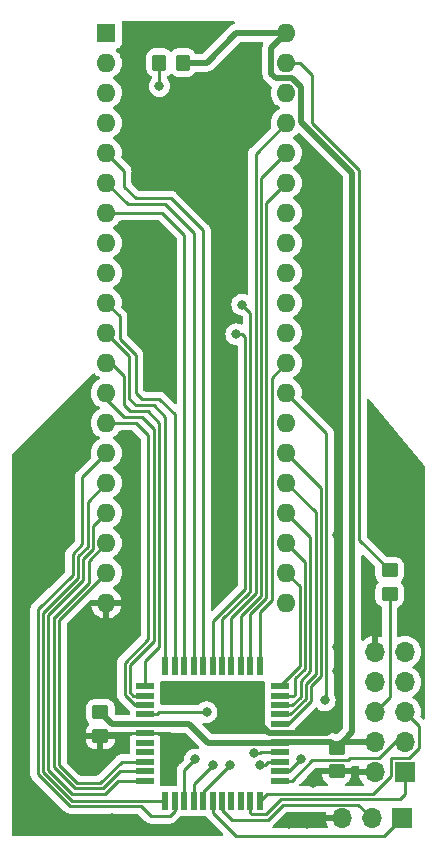
<source format=gbr>
%TF.GenerationSoftware,KiCad,Pcbnew,(6.0.8)*%
%TF.CreationDate,2023-11-14T22:14:52+01:00*%
%TF.ProjectId,B780_CPU,42373830-5f43-4505-952e-6b696361645f,rev?*%
%TF.SameCoordinates,Original*%
%TF.FileFunction,Copper,L1,Top*%
%TF.FilePolarity,Positive*%
%FSLAX46Y46*%
G04 Gerber Fmt 4.6, Leading zero omitted, Abs format (unit mm)*
G04 Created by KiCad (PCBNEW (6.0.8)) date 2023-11-14 22:14:52*
%MOMM*%
%LPD*%
G01*
G04 APERTURE LIST*
G04 Aperture macros list*
%AMRoundRect*
0 Rectangle with rounded corners*
0 $1 Rounding radius*
0 $2 $3 $4 $5 $6 $7 $8 $9 X,Y pos of 4 corners*
0 Add a 4 corners polygon primitive as box body*
4,1,4,$2,$3,$4,$5,$6,$7,$8,$9,$2,$3,0*
0 Add four circle primitives for the rounded corners*
1,1,$1+$1,$2,$3*
1,1,$1+$1,$4,$5*
1,1,$1+$1,$6,$7*
1,1,$1+$1,$8,$9*
0 Add four rect primitives between the rounded corners*
20,1,$1+$1,$2,$3,$4,$5,0*
20,1,$1+$1,$4,$5,$6,$7,0*
20,1,$1+$1,$6,$7,$8,$9,0*
20,1,$1+$1,$8,$9,$2,$3,0*%
G04 Aperture macros list end*
%TA.AperFunction,SMDPad,CuDef*%
%ADD10RoundRect,0.250000X-0.450000X0.350000X-0.450000X-0.350000X0.450000X-0.350000X0.450000X0.350000X0*%
%TD*%
%TA.AperFunction,ComponentPad*%
%ADD11R,1.600000X1.600000*%
%TD*%
%TA.AperFunction,ComponentPad*%
%ADD12O,1.600000X1.600000*%
%TD*%
%TA.AperFunction,SMDPad,CuDef*%
%ADD13R,1.500000X0.550000*%
%TD*%
%TA.AperFunction,SMDPad,CuDef*%
%ADD14R,0.550000X1.500000*%
%TD*%
%TA.AperFunction,SMDPad,CuDef*%
%ADD15RoundRect,0.250000X-0.350000X-0.450000X0.350000X-0.450000X0.350000X0.450000X-0.350000X0.450000X0*%
%TD*%
%TA.AperFunction,ComponentPad*%
%ADD16R,1.700000X1.700000*%
%TD*%
%TA.AperFunction,ComponentPad*%
%ADD17O,1.700000X1.700000*%
%TD*%
%TA.AperFunction,ViaPad*%
%ADD18C,0.800000*%
%TD*%
%TA.AperFunction,Conductor*%
%ADD19C,0.250000*%
%TD*%
%TA.AperFunction,Conductor*%
%ADD20C,0.508000*%
%TD*%
%TA.AperFunction,Conductor*%
%ADD21C,0.254000*%
%TD*%
G04 APERTURE END LIST*
D10*
%TO.P,C1,1*%
%TO.N,VCC*%
X68500000Y-96500000D03*
%TO.P,C1,2*%
%TO.N,GND*%
X68500000Y-98500000D03*
%TD*%
D11*
%TO.P,J1,1,Pin_1*%
%TO.N,unconnected-(J1-Pad1)*%
X69000000Y-39000000D03*
D12*
%TO.P,J1,2,Pin_2*%
%TO.N,unconnected-(J1-Pad2)*%
X69000000Y-41540000D03*
%TO.P,J1,3,Pin_3*%
%TO.N,unconnected-(J1-Pad3)*%
X69000000Y-44080000D03*
%TO.P,J1,4,Pin_4*%
%TO.N,unconnected-(J1-Pad4)*%
X69000000Y-46620000D03*
%TO.P,J1,5,Pin_5*%
%TO.N,P0.2_ST*%
X69000000Y-49160000D03*
%TO.P,J1,6,Pin_6*%
%TO.N,P0.3_DON*%
X69000000Y-51700000D03*
%TO.P,J1,7,Pin_7*%
%TO.N,STROBE*%
X69000000Y-54240000D03*
%TO.P,J1,8,Pin_8*%
%TO.N,unconnected-(J1-Pad8)*%
X69000000Y-56780000D03*
%TO.P,J1,9,Pin_9*%
%TO.N,unconnected-(J1-Pad9)*%
X69000000Y-59320000D03*
%TO.P,J1,10,Pin_10*%
%TO.N,P4.2_DLEN5*%
X69000000Y-61860000D03*
%TO.P,J1,11,Pin_11*%
%TO.N,P4.3_DLEN4*%
X69000000Y-64400000D03*
%TO.P,J1,12,Pin_12*%
%TO.N,P4.4_DLEN3*%
X69000000Y-66940000D03*
%TO.P,J1,13,Pin_13*%
%TO.N,P4.5_DLEN2*%
X69000000Y-69480000D03*
%TO.P,J1,14,Pin_14*%
%TO.N,P4.6_DLEN1*%
X69000000Y-72020000D03*
%TO.P,J1,15,Pin_15*%
%TO.N,P4.7_DATA*%
X69000000Y-74560000D03*
%TO.P,J1,16,Pin_16*%
%TO.N,P0.7_NF4*%
X69000000Y-77100000D03*
%TO.P,J1,17,Pin_17*%
%TO.N,P0.6_NF3*%
X69000000Y-79640000D03*
%TO.P,J1,18,Pin_18*%
%TO.N,P0.5_NF2*%
X69000000Y-82180000D03*
%TO.P,J1,19,Pin_19*%
%TO.N,P0.4_NF1*%
X69000000Y-84720000D03*
%TO.P,J1,20,Pin_20*%
%TO.N,GND*%
X69000000Y-87260000D03*
%TO.P,J1,21,Pin_21*%
%TO.N,unconnected-(J1-Pad21)*%
X84240000Y-87260000D03*
%TO.P,J1,22,Pin_22*%
%TO.N,P1.7_NF5*%
X84240000Y-84720000D03*
%TO.P,J1,23,Pin_23*%
%TO.N,P1.5_NF6*%
X84240000Y-82180000D03*
%TO.P,J1,24,Pin_24*%
%TO.N,P1.6_NF7*%
X84240000Y-79640000D03*
%TO.P,J1,25,Pin_25*%
%TO.N,P1.7_NF8*%
X84240000Y-77100000D03*
%TO.P,J1,26,Pin_26*%
%TO.N,P5.7_Mul10*%
X84240000Y-74560000D03*
%TO.P,J1,27,Pin_27*%
%TO.N,P5.6_Mul9*%
X84240000Y-72020000D03*
%TO.P,J1,28,Pin_28*%
%TO.N,P5.5_Mul8*%
X84240000Y-69480000D03*
%TO.P,J1,29,Pin_29*%
%TO.N,P5.4_Mul7*%
X84240000Y-66940000D03*
%TO.P,J1,30,Pin_30*%
%TO.N,P5.3_Mul6*%
X84240000Y-64400000D03*
%TO.P,J1,31,Pin_31*%
%TO.N,P5.2_Z*%
X84240000Y-61860000D03*
%TO.P,J1,32,Pin_32*%
%TO.N,P5.1_PONLR*%
X84240000Y-59320000D03*
%TO.P,J1,33,Pin_33*%
%TO.N,P5.0_PH*%
X84240000Y-56780000D03*
%TO.P,J1,34,Pin_34*%
%TO.N,P1.3_S*%
X84240000Y-54240000D03*
%TO.P,J1,35,Pin_35*%
%TO.N,P1.2_C*%
X84240000Y-51700000D03*
%TO.P,J1,36,Pin_36*%
%TO.N,P1.1_B*%
X84240000Y-49160000D03*
%TO.P,J1,37,Pin_37*%
%TO.N,P1.0_A*%
X84240000Y-46620000D03*
%TO.P,J1,38,Pin_38*%
%TO.N,unconnected-(J1-Pad38)*%
X84240000Y-44080000D03*
%TO.P,J1,39,Pin_39*%
%TO.N,Net-(J1-Pad39)*%
X84240000Y-41540000D03*
%TO.P,J1,40,Pin_40*%
%TO.N,VCC*%
X84240000Y-39000000D03*
%TD*%
D13*
%TO.P,U1,1,PB5*%
%TO.N,P4.4_DLEN3*%
X72300000Y-94300000D03*
%TO.P,U1,2,PB6*%
%TO.N,P4.5_DLEN2*%
X72300000Y-95100000D03*
%TO.P,U1,3,PB7*%
%TO.N,P4.6_DLEN1*%
X72300000Y-95900000D03*
%TO.P,U1,4,~{RESET}*%
%TO.N,RESET*%
X72300000Y-96700000D03*
%TO.P,U1,5,VCC*%
%TO.N,VCC*%
X72300000Y-97500000D03*
%TO.P,U1,6,GND*%
%TO.N,GND*%
X72300000Y-98300000D03*
%TO.P,U1,7,PE0/XTAL2*%
%TO.N,unconnected-(U1-Pad7)*%
X72300000Y-99100000D03*
%TO.P,U1,8,PE1/XTAL1*%
%TO.N,unconnected-(U1-Pad8)*%
X72300000Y-99900000D03*
%TO.P,U1,9,PD0*%
%TO.N,P0.4_NF1*%
X72300000Y-100700000D03*
%TO.P,U1,10,PD1*%
%TO.N,P0.5_NF2*%
X72300000Y-101500000D03*
%TO.P,U1,11,PD2*%
%TO.N,P0.6_NF3*%
X72300000Y-102300000D03*
D14*
%TO.P,U1,12,PD3*%
%TO.N,P0.7_NF4*%
X74000000Y-104000000D03*
%TO.P,U1,13,PD4*%
%TO.N,P4.7_DATA*%
X74800000Y-104000000D03*
%TO.P,U1,14,PD5*%
%TO.N,P5.1_PONLR*%
X75600000Y-104000000D03*
%TO.P,U1,15,PD6*%
%TO.N,P5.0_PH*%
X76400000Y-104000000D03*
%TO.P,U1,16,PD7*%
%TO.N,P1.3_S*%
X77200000Y-104000000D03*
%TO.P,U1,17,PE2*%
%TO.N,Net-(J3-Pad1)*%
X78000000Y-104000000D03*
%TO.P,U1,18,PE3*%
%TO.N,Net-(J3-Pad2)*%
X78800000Y-104000000D03*
%TO.P,U1,19,PC0*%
%TO.N,unconnected-(U1-Pad19)*%
X79600000Y-104000000D03*
%TO.P,U1,20,PC1*%
%TO.N,unconnected-(U1-Pad20)*%
X80400000Y-104000000D03*
%TO.P,U1,21,PC2*%
%TO.N,TCK*%
X81200000Y-104000000D03*
%TO.P,U1,22,PC3*%
%TO.N,TMS*%
X82000000Y-104000000D03*
D13*
%TO.P,U1,23,PC4*%
%TO.N,TDO*%
X83700000Y-102300000D03*
%TO.P,U1,24,PC5*%
%TO.N,TDI*%
X83700000Y-101500000D03*
%TO.P,U1,25,PC6*%
%TO.N,P5.5_Mul8*%
X83700000Y-100700000D03*
%TO.P,U1,26,PC7*%
%TO.N,P5.6_Mul9*%
X83700000Y-99900000D03*
%TO.P,U1,27,AVCC*%
%TO.N,VCC*%
X83700000Y-99100000D03*
%TO.P,U1,28,GND*%
%TO.N,GND*%
X83700000Y-98300000D03*
%TO.P,U1,29,PE4/AREF*%
%TO.N,P5.7_Mul10*%
X83700000Y-97500000D03*
%TO.P,U1,30,PA7*%
%TO.N,P1.7_NF8*%
X83700000Y-96700000D03*
%TO.P,U1,31,PA6*%
%TO.N,P1.6_NF7*%
X83700000Y-95900000D03*
%TO.P,U1,32,PA5*%
%TO.N,P1.5_NF6*%
X83700000Y-95100000D03*
%TO.P,U1,33,PA4*%
%TO.N,P1.7_NF5*%
X83700000Y-94300000D03*
D14*
%TO.P,U1,34,PA3*%
%TO.N,P5.4_Mul7*%
X82000000Y-92600000D03*
%TO.P,U1,35,PA2*%
%TO.N,P1.2_C*%
X81200000Y-92600000D03*
%TO.P,U1,36,PA1*%
%TO.N,P1.1_B*%
X80400000Y-92600000D03*
%TO.P,U1,37,PA0*%
%TO.N,P1.0_A*%
X79600000Y-92600000D03*
%TO.P,U1,38,PE5*%
%TO.N,P5.2_Z*%
X78800000Y-92600000D03*
%TO.P,U1,39,PE6*%
%TO.N,P5.3_Mul6*%
X78000000Y-92600000D03*
%TO.P,U1,40,PB0*%
%TO.N,P0.2_ST*%
X77200000Y-92600000D03*
%TO.P,U1,41,PB1*%
%TO.N,P0.3_DON*%
X76400000Y-92600000D03*
%TO.P,U1,42,PB2*%
%TO.N,STROBE*%
X75600000Y-92600000D03*
%TO.P,U1,43,PB3*%
%TO.N,P4.2_DLEN5*%
X74800000Y-92600000D03*
%TO.P,U1,44,PB4*%
%TO.N,P4.3_DLEN4*%
X74000000Y-92600000D03*
%TD*%
D10*
%TO.P,C2,1*%
%TO.N,VCC*%
X88500000Y-99500000D03*
%TO.P,C2,2*%
%TO.N,GND*%
X88500000Y-101500000D03*
%TD*%
%TO.P,R1,1*%
%TO.N,Net-(J1-Pad39)*%
X93000000Y-84500000D03*
%TO.P,R1,2*%
%TO.N,RESET*%
X93000000Y-86500000D03*
%TD*%
D15*
%TO.P,R2,1*%
%TO.N,P0.3_DON*%
X73500000Y-41500000D03*
%TO.P,R2,2*%
%TO.N,VCC*%
X75500000Y-41500000D03*
%TD*%
D16*
%TO.P,J3,1,Pin_1*%
%TO.N,Net-(J3-Pad1)*%
X94025000Y-105500000D03*
D17*
%TO.P,J3,2,Pin_2*%
%TO.N,Net-(J3-Pad2)*%
X91485000Y-105500000D03*
%TO.P,J3,3,Pin_3*%
%TO.N,GND*%
X88945000Y-105500000D03*
%TD*%
D16*
%TO.P,J2,1,TCK*%
%TO.N,TCK*%
X94275000Y-101575000D03*
D17*
%TO.P,J2,2,GND*%
%TO.N,GND*%
X91735000Y-101575000D03*
%TO.P,J2,3,TDO*%
%TO.N,TDO*%
X94275000Y-99035000D03*
%TO.P,J2,4,VREF*%
%TO.N,VCC*%
X91735000Y-99035000D03*
%TO.P,J2,5,TMS*%
%TO.N,TMS*%
X94275000Y-96495000D03*
%TO.P,J2,6,~{SRST}*%
%TO.N,RESET*%
X91735000Y-96495000D03*
%TO.P,J2,7,VCC*%
%TO.N,unconnected-(J2-Pad7)*%
X94275000Y-93955000D03*
%TO.P,J2,8,~{TRST}*%
%TO.N,unconnected-(J2-Pad8)*%
X91735000Y-93955000D03*
%TO.P,J2,9,TDI*%
%TO.N,TDI*%
X94275000Y-91415000D03*
%TO.P,J2,10,GND*%
%TO.N,GND*%
X91735000Y-91415000D03*
%TD*%
D18*
%TO.N,GND*%
X73000000Y-63500000D03*
X73000000Y-59000000D03*
X74500000Y-102000000D03*
X95000000Y-87500000D03*
X88500000Y-93000000D03*
X86000000Y-106000000D03*
X84500000Y-106000000D03*
X86500000Y-102500000D03*
%TO.N,TDI*%
X85500000Y-100500000D03*
%TO.N,GND*%
X88500000Y-97500000D03*
X79000000Y-94500000D03*
X75500000Y-94500000D03*
X69500000Y-105500000D03*
X63000000Y-105000000D03*
X68000000Y-94500000D03*
X68000000Y-91000000D03*
X64500000Y-81500000D03*
X64500000Y-74500000D03*
X79000000Y-84000000D03*
X79000000Y-77000000D03*
X79000000Y-69500000D03*
X88500000Y-91000000D03*
X88500000Y-81500000D03*
X94000000Y-81000000D03*
X93000000Y-76500000D03*
X88500000Y-70500000D03*
X88000000Y-61500000D03*
X88000000Y-52500000D03*
X79500000Y-58500000D03*
X79000000Y-50500000D03*
X77500000Y-46000000D03*
X79500000Y-41500000D03*
X71500000Y-44000000D03*
X72000000Y-39000000D03*
%TO.N,RESET*%
X77500000Y-96500000D03*
%TO.N,P0.3_DON*%
X73500000Y-43500000D03*
%TO.N,P5.1_PONLR*%
X76500000Y-100500000D03*
%TO.N,P5.0_PH*%
X78000000Y-101000000D03*
%TO.N,P1.3_S*%
X79500000Y-101000000D03*
%TO.N,P5.5_Mul8*%
X87500000Y-95500000D03*
%TO.N,P5.3_Mul6*%
X80000000Y-64500000D03*
%TO.N,P5.2_Z*%
X80500000Y-62000000D03*
%TO.N,P5.6_Mul9*%
X81500000Y-100000000D03*
%TO.N,P5.5_Mul8*%
X82000000Y-101000000D03*
%TD*%
D19*
%TO.N,P0.2_ST*%
X70500000Y-50660000D02*
X69000000Y-49160000D01*
X70500000Y-52000000D02*
X70500000Y-50660000D01*
X71500000Y-53000000D02*
X70500000Y-52000000D01*
X74500000Y-53000000D02*
X71500000Y-53000000D01*
X77200000Y-55700000D02*
X74500000Y-53000000D01*
X77200000Y-92600000D02*
X77200000Y-55700000D01*
%TO.N,P0.3_DON*%
X74000000Y-53500000D02*
X70800000Y-53500000D01*
X76400000Y-55900000D02*
X74000000Y-53500000D01*
X76400000Y-92600000D02*
X76400000Y-55900000D01*
X70800000Y-53500000D02*
X69000000Y-51700000D01*
%TO.N,P4.3_DLEN4*%
X71500000Y-70500000D02*
X70950000Y-69950000D01*
X73000000Y-70500000D02*
X71500000Y-70500000D01*
X70950000Y-69950000D02*
X70950000Y-66350000D01*
%TO.N,P4.2_DLEN5*%
X72000000Y-70000000D02*
X71500000Y-69500000D01*
X71500000Y-69500000D02*
X71500000Y-66263604D01*
X73500000Y-70000000D02*
X72000000Y-70000000D01*
X70125000Y-62985000D02*
X69000000Y-61860000D01*
X70125000Y-64888604D02*
X70125000Y-62985000D01*
X71500000Y-66263604D02*
X70125000Y-64888604D01*
X74800000Y-71300000D02*
X73500000Y-70000000D01*
X74800000Y-92600000D02*
X74800000Y-71300000D01*
%TO.N,P4.3_DLEN4*%
X70950000Y-66350000D02*
X69000000Y-64400000D01*
X74000000Y-71500000D02*
X73000000Y-70500000D01*
X74000000Y-92600000D02*
X74000000Y-71500000D01*
%TO.N,P4.4_DLEN3*%
X69440000Y-66940000D02*
X69000000Y-66940000D01*
X70500000Y-68000000D02*
X69440000Y-66940000D01*
X70500000Y-70500000D02*
X70500000Y-68000000D01*
X71000000Y-71000000D02*
X70500000Y-70500000D01*
X72500000Y-71000000D02*
X71000000Y-71000000D01*
X73500000Y-72000000D02*
X72500000Y-71000000D01*
X73500000Y-91000000D02*
X73500000Y-72000000D01*
X72300000Y-92200000D02*
X73500000Y-91000000D01*
X72300000Y-94300000D02*
X72300000Y-92200000D01*
%TO.N,P4.5_DLEN2*%
X69000000Y-70000000D02*
X69000000Y-69480000D01*
X72000000Y-71500000D02*
X70500000Y-71500000D01*
X73000000Y-72500000D02*
X72000000Y-71500000D01*
X70500000Y-71500000D02*
X69000000Y-70000000D01*
X71000000Y-94800000D02*
X71000000Y-92500000D01*
X73000000Y-90500000D02*
X73000000Y-72500000D01*
X71000000Y-92500000D02*
X73000000Y-90500000D01*
X71300000Y-95100000D02*
X71000000Y-94800000D01*
X72300000Y-95100000D02*
X71300000Y-95100000D01*
D20*
%TO.N,VCC*%
X80000000Y-39000000D02*
X84240000Y-39000000D01*
X77500000Y-41500000D02*
X80000000Y-39000000D01*
X75500000Y-41500000D02*
X77500000Y-41500000D01*
D21*
%TO.N,TDO*%
X84728134Y-102300000D02*
X83700000Y-102300000D01*
X86455134Y-100573000D02*
X84728134Y-102300000D01*
X89427000Y-100573000D02*
X86455134Y-100573000D01*
X92102000Y-100398000D02*
X89602000Y-100398000D01*
X89602000Y-100398000D02*
X89427000Y-100573000D01*
X93465000Y-99035000D02*
X92102000Y-100398000D01*
X94275000Y-99035000D02*
X93465000Y-99035000D01*
D20*
%TO.N,GND*%
X82800000Y-98300000D02*
X79000000Y-94500000D01*
X83700000Y-98300000D02*
X82800000Y-98300000D01*
X87700000Y-98300000D02*
X88500000Y-97500000D01*
X83700000Y-98300000D02*
X87700000Y-98300000D01*
D21*
X68700000Y-98300000D02*
X68500000Y-98500000D01*
X72300000Y-98300000D02*
X68700000Y-98300000D01*
X74500000Y-98519000D02*
X74500000Y-102000000D01*
X74281000Y-98300000D02*
X74500000Y-98519000D01*
X72300000Y-98300000D02*
X74281000Y-98300000D01*
D20*
%TO.N,VCC*%
X69500000Y-97500000D02*
X68500000Y-96500000D01*
X72300000Y-97500000D02*
X69500000Y-97500000D01*
D21*
%TO.N,Net-(J3-Pad2)*%
X78800000Y-104800000D02*
X78800000Y-104000000D01*
X82715052Y-105606000D02*
X79606000Y-105606000D01*
X83998052Y-104323000D02*
X82715052Y-105606000D01*
X91485000Y-105500000D02*
X90308000Y-104323000D01*
X90308000Y-104323000D02*
X83998052Y-104323000D01*
X79606000Y-105606000D02*
X78800000Y-104800000D01*
%TO.N,TCK*%
X82527000Y-105152000D02*
X81348000Y-105152000D01*
X83810000Y-103869000D02*
X82527000Y-105152000D01*
X87631000Y-103869000D02*
X83810000Y-103869000D01*
X81200000Y-105004000D02*
X81348000Y-105152000D01*
D19*
%TO.N,TDI*%
X84500000Y-101500000D02*
X85500000Y-100500000D01*
X83700000Y-101500000D02*
X84500000Y-101500000D01*
%TO.N,RESET*%
X73479000Y-96500000D02*
X77500000Y-96500000D01*
X73279000Y-96700000D02*
X73479000Y-96500000D01*
X72300000Y-96700000D02*
X73279000Y-96700000D01*
D21*
%TO.N,P0.3_DON*%
X73500000Y-43500000D02*
X73500000Y-41500000D01*
D19*
%TO.N,P4.7_DATA*%
X66975000Y-76585000D02*
X69000000Y-74560000D01*
X66150000Y-83120812D02*
X66975000Y-82295812D01*
X66150000Y-84850000D02*
X66150000Y-83120812D01*
X63200000Y-87800000D02*
X66150000Y-84850000D01*
X63200000Y-101745584D02*
X63200000Y-87800000D01*
X65904416Y-104450000D02*
X63200000Y-101745584D01*
X71950000Y-104450000D02*
X65904416Y-104450000D01*
X72800000Y-105300000D02*
X71950000Y-104450000D01*
X66975000Y-82295812D02*
X66975000Y-76585000D01*
X74375000Y-105300000D02*
X72800000Y-105300000D01*
X74800000Y-104875000D02*
X74375000Y-105300000D01*
X74800000Y-104000000D02*
X74800000Y-104875000D01*
%TO.N,P0.7_NF4*%
X67425000Y-78675000D02*
X69000000Y-77100000D01*
X67425000Y-82482208D02*
X67425000Y-78675000D01*
X66600000Y-83307208D02*
X67425000Y-82482208D01*
X66600000Y-85127208D02*
X66600000Y-83307208D01*
X63650000Y-88077208D02*
X66600000Y-85127208D01*
X63650000Y-101559188D02*
X63650000Y-88077208D01*
X66090812Y-104000000D02*
X63650000Y-101559188D01*
X74000000Y-104000000D02*
X66090812Y-104000000D01*
%TO.N,P0.6_NF3*%
X67875000Y-82668604D02*
X67875000Y-80765000D01*
X67050000Y-83493604D02*
X67875000Y-82668604D01*
X67050000Y-85313604D02*
X67050000Y-83493604D01*
X64100000Y-88263604D02*
X67050000Y-85313604D01*
X64100000Y-101372792D02*
X64100000Y-88263604D01*
X66127208Y-103400000D02*
X64100000Y-101372792D01*
X68872792Y-103400000D02*
X66127208Y-103400000D01*
X67875000Y-80765000D02*
X69000000Y-79640000D01*
X69972792Y-102300000D02*
X68872792Y-103400000D01*
X72300000Y-102300000D02*
X69972792Y-102300000D01*
%TO.N,P0.5_NF2*%
X67500000Y-83680000D02*
X69000000Y-82180000D01*
X64633604Y-88450000D02*
X67500000Y-85583604D01*
X64550000Y-88450000D02*
X64633604Y-88450000D01*
X64550000Y-101186396D02*
X64550000Y-88450000D01*
X66313604Y-102950000D02*
X64550000Y-101186396D01*
X67500000Y-85583604D02*
X67500000Y-83680000D01*
X68686396Y-102950000D02*
X66313604Y-102950000D01*
X70136396Y-101500000D02*
X68686396Y-102950000D01*
X72300000Y-101500000D02*
X70136396Y-101500000D01*
%TO.N,P0.4_NF1*%
X65000000Y-88720000D02*
X69000000Y-84720000D01*
X65000000Y-101000000D02*
X65000000Y-88720000D01*
X66500000Y-102500000D02*
X65000000Y-101000000D01*
X68500000Y-102500000D02*
X66500000Y-102500000D01*
X72300000Y-100700000D02*
X70300000Y-100700000D01*
X70300000Y-100700000D02*
X68500000Y-102500000D01*
%TO.N,P4.6_DLEN1*%
X71520000Y-72020000D02*
X69000000Y-72020000D01*
X72550000Y-73050000D02*
X71520000Y-72020000D01*
X70550000Y-92313604D02*
X72550000Y-90313604D01*
X72550000Y-90313604D02*
X72550000Y-73050000D01*
X70550000Y-95050000D02*
X70550000Y-92313604D01*
X71400000Y-95900000D02*
X70550000Y-95050000D01*
X72300000Y-95900000D02*
X71400000Y-95900000D01*
%TO.N,STROBE*%
X73740000Y-54240000D02*
X69000000Y-54240000D01*
X75600000Y-56100000D02*
X73740000Y-54240000D01*
X75600000Y-92600000D02*
X75600000Y-56100000D01*
%TO.N,P5.1_PONLR*%
X75600000Y-101400000D02*
X76500000Y-100500000D01*
X75600000Y-104000000D02*
X75600000Y-101400000D01*
%TO.N,P5.0_PH*%
X76400000Y-102600000D02*
X78000000Y-101000000D01*
X76400000Y-104000000D02*
X76400000Y-102600000D01*
%TO.N,P1.3_S*%
X77200000Y-103300000D02*
X79500000Y-101000000D01*
X77200000Y-104000000D02*
X77200000Y-103300000D01*
%TO.N,P5.5_Mul8*%
X87615000Y-72855000D02*
X84240000Y-69480000D01*
X87500000Y-95500000D02*
X87615000Y-95385000D01*
X87615000Y-95385000D02*
X87615000Y-72855000D01*
%TO.N,P5.3_Mul6*%
X80500000Y-64500000D02*
X80000000Y-64500000D01*
X80750000Y-64750000D02*
X80500000Y-64500000D01*
X80750000Y-86068020D02*
X80750000Y-65500000D01*
X80750000Y-65500000D02*
X80750000Y-64750000D01*
X79909010Y-86909010D02*
X80750000Y-86068020D01*
X78000000Y-88818020D02*
X79909010Y-86909010D01*
X78000000Y-92600000D02*
X78000000Y-88818020D01*
%TO.N,P5.2_Z*%
X81200000Y-62700000D02*
X80500000Y-62000000D01*
X80977208Y-86477208D02*
X81200000Y-86254416D01*
X81200000Y-86254416D02*
X81200000Y-62700000D01*
X78800000Y-88654416D02*
X80977208Y-86477208D01*
X78800000Y-92600000D02*
X78800000Y-88654416D01*
%TO.N,P1.0_A*%
X79600000Y-88490812D02*
X81650000Y-86440812D01*
X81650000Y-86440812D02*
X81650000Y-49210000D01*
X81650000Y-49210000D02*
X84240000Y-46620000D01*
X79600000Y-92600000D02*
X79600000Y-88490812D01*
%TO.N,P1.1_B*%
X82100000Y-51300000D02*
X84240000Y-49160000D01*
X82100000Y-86627208D02*
X82100000Y-51300000D01*
X80400000Y-88327208D02*
X82100000Y-86627208D01*
X80400000Y-92600000D02*
X80400000Y-88327208D01*
%TO.N,P1.2_C*%
X82550000Y-53390000D02*
X84240000Y-51700000D01*
X82550000Y-86813604D02*
X82550000Y-53390000D01*
X81200000Y-88163604D02*
X82550000Y-86813604D01*
X81200000Y-92600000D02*
X81200000Y-88163604D01*
%TO.N,P5.4_Mul7*%
X83000000Y-87000000D02*
X83000000Y-68180000D01*
X83000000Y-68180000D02*
X84240000Y-66940000D01*
X82000000Y-88000000D02*
X83000000Y-87000000D01*
X82000000Y-92600000D02*
X82000000Y-88000000D01*
%TO.N,P5.6_Mul9*%
X82000000Y-100000000D02*
X81500000Y-100000000D01*
X82100000Y-99900000D02*
X82000000Y-100000000D01*
%TO.N,P5.5_Mul8*%
X82400000Y-101000000D02*
X82000000Y-101000000D01*
X82700000Y-100700000D02*
X82400000Y-101000000D01*
X83700000Y-100700000D02*
X82700000Y-100700000D01*
%TO.N,P5.6_Mul9*%
X83700000Y-99900000D02*
X82100000Y-99900000D01*
%TO.N,P5.7_Mul10*%
X87165000Y-93471396D02*
X87165000Y-77485000D01*
X86350000Y-95559188D02*
X86350000Y-94286396D01*
X84409188Y-97500000D02*
X86350000Y-95559188D01*
X86350000Y-94286396D02*
X87165000Y-93471396D01*
X83700000Y-97500000D02*
X84409188Y-97500000D01*
X87165000Y-77485000D02*
X84240000Y-74560000D01*
%TO.N,P1.7_NF8*%
X84572792Y-96700000D02*
X83700000Y-96700000D01*
X85900000Y-95372792D02*
X84572792Y-96700000D01*
X85900000Y-94100000D02*
X85900000Y-95372792D01*
X86715000Y-93285000D02*
X85900000Y-94100000D01*
X86715000Y-79575000D02*
X86715000Y-93285000D01*
X84240000Y-77100000D02*
X86715000Y-79575000D01*
%TO.N,P1.6_NF7*%
X84736396Y-95900000D02*
X83700000Y-95900000D01*
X86265000Y-93007792D02*
X85450000Y-93822792D01*
X85450000Y-95186396D02*
X84736396Y-95900000D01*
X86265000Y-81665000D02*
X86265000Y-93007792D01*
X84240000Y-79640000D02*
X86265000Y-81665000D01*
X85450000Y-93822792D02*
X85450000Y-95186396D01*
%TO.N,P1.5_NF6*%
X85000000Y-95000000D02*
X84900000Y-95100000D01*
X85000000Y-93636396D02*
X85000000Y-95000000D01*
X85815000Y-92821396D02*
X85000000Y-93636396D01*
X84240000Y-82180000D02*
X85815000Y-83755000D01*
X85815000Y-83755000D02*
X85815000Y-92821396D01*
X84900000Y-95100000D02*
X83700000Y-95100000D01*
%TO.N,P1.7_NF5*%
X85365000Y-85845000D02*
X85365000Y-92635000D01*
X85365000Y-92635000D02*
X83700000Y-94300000D01*
X84240000Y-84720000D02*
X85365000Y-85845000D01*
D20*
%TO.N,VCC*%
X82986000Y-40254000D02*
X84240000Y-39000000D01*
X89829829Y-98170171D02*
X89829829Y-50829829D01*
X77600000Y-99100000D02*
X76000000Y-97500000D01*
X88500000Y-99500000D02*
X88029000Y-99029000D01*
X83326000Y-42826000D02*
X82986000Y-42486000D01*
X83700000Y-99100000D02*
X77600000Y-99100000D01*
X85494000Y-46494000D02*
X85494000Y-43560576D01*
X91735000Y-99035000D02*
X88965000Y-99035000D01*
X88500000Y-99500000D02*
X89829829Y-98170171D01*
X89829829Y-50829829D02*
X85494000Y-46494000D01*
X76000000Y-97500000D02*
X72300000Y-97500000D01*
X88965000Y-99035000D02*
X88500000Y-99500000D01*
X82986000Y-42486000D02*
X82986000Y-40254000D01*
X88029000Y-99029000D02*
X83029000Y-99029000D01*
X84759424Y-42826000D02*
X83326000Y-42826000D01*
X85494000Y-43560576D02*
X84759424Y-42826000D01*
D21*
%TO.N,Net-(J1-Pad39)*%
X90410829Y-78410829D02*
X90410829Y-50589171D01*
X85371370Y-41540000D02*
X84240000Y-41540000D01*
X90410829Y-81910829D02*
X90410829Y-78410829D01*
X93000000Y-84500000D02*
X90410829Y-81910829D01*
X90410829Y-50589171D02*
X86415685Y-46594027D01*
X86415685Y-42584315D02*
X85371370Y-41540000D01*
X86415685Y-46594027D02*
X86415685Y-42584315D01*
%TO.N,TCK*%
X93869000Y-103869000D02*
X94275000Y-103463000D01*
X87631000Y-103869000D02*
X93869000Y-103869000D01*
X81200000Y-104000000D02*
X81200000Y-105004000D01*
X94275000Y-103463000D02*
X94275000Y-101575000D01*
%TO.N,TMS*%
X95452000Y-99548000D02*
X95452000Y-97672000D01*
X91585000Y-103415000D02*
X93098000Y-101902000D01*
X95452000Y-97672000D02*
X94275000Y-96495000D01*
X82585000Y-103415000D02*
X91585000Y-103415000D01*
X94602000Y-100398000D02*
X95452000Y-99548000D01*
X93098000Y-101902000D02*
X93098000Y-100398000D01*
X82000000Y-104000000D02*
X82585000Y-103415000D01*
X93098000Y-100398000D02*
X94602000Y-100398000D01*
%TO.N,RESET*%
X93000000Y-86500000D02*
X93000000Y-95230000D01*
X93000000Y-95230000D02*
X91735000Y-96495000D01*
%TO.N,Net-(J3-Pad1)*%
X79969000Y-106973000D02*
X78000000Y-105004000D01*
X78000000Y-105004000D02*
X78000000Y-104000000D01*
X94025000Y-105500000D02*
X92552000Y-106973000D01*
X92552000Y-106973000D02*
X79969000Y-106973000D01*
%TD*%
%TA.AperFunction,Conductor*%
%TO.N,GND*%
G36*
X68008394Y-67814965D02*
G01*
X68053410Y-67843908D01*
X68155700Y-67946198D01*
X68160208Y-67949355D01*
X68160211Y-67949357D01*
X68238389Y-68004098D01*
X68343251Y-68077523D01*
X68348233Y-68079846D01*
X68348238Y-68079849D01*
X68382457Y-68095805D01*
X68435742Y-68142722D01*
X68455203Y-68210999D01*
X68434661Y-68278959D01*
X68382457Y-68324195D01*
X68348238Y-68340151D01*
X68348233Y-68340154D01*
X68343251Y-68342477D01*
X68238389Y-68415902D01*
X68160211Y-68470643D01*
X68160208Y-68470645D01*
X68155700Y-68473802D01*
X67993802Y-68635700D01*
X67862477Y-68823251D01*
X67860154Y-68828233D01*
X67860151Y-68828238D01*
X67768039Y-69025775D01*
X67765716Y-69030757D01*
X67764294Y-69036065D01*
X67764293Y-69036067D01*
X67707881Y-69246598D01*
X67706457Y-69251913D01*
X67686502Y-69480000D01*
X67706457Y-69708087D01*
X67707881Y-69713400D01*
X67707881Y-69713402D01*
X67739375Y-69830936D01*
X67765716Y-69929243D01*
X67768039Y-69934224D01*
X67768039Y-69934225D01*
X67860151Y-70131762D01*
X67860154Y-70131767D01*
X67862477Y-70136749D01*
X67993802Y-70324300D01*
X68155700Y-70486198D01*
X68160208Y-70489355D01*
X68160211Y-70489357D01*
X68238389Y-70544098D01*
X68343251Y-70617523D01*
X68348233Y-70619846D01*
X68348238Y-70619849D01*
X68382457Y-70635805D01*
X68435742Y-70682722D01*
X68455203Y-70750999D01*
X68434661Y-70818959D01*
X68382457Y-70864195D01*
X68348238Y-70880151D01*
X68348233Y-70880154D01*
X68343251Y-70882477D01*
X68238389Y-70955902D01*
X68160211Y-71010643D01*
X68160208Y-71010645D01*
X68155700Y-71013802D01*
X67993802Y-71175700D01*
X67862477Y-71363251D01*
X67860154Y-71368233D01*
X67860151Y-71368238D01*
X67768039Y-71565775D01*
X67765716Y-71570757D01*
X67706457Y-71791913D01*
X67686502Y-72020000D01*
X67706457Y-72248087D01*
X67707881Y-72253400D01*
X67707881Y-72253402D01*
X67762711Y-72458027D01*
X67765716Y-72469243D01*
X67768039Y-72474224D01*
X67768039Y-72474225D01*
X67860151Y-72671762D01*
X67860154Y-72671767D01*
X67862477Y-72676749D01*
X67912012Y-72747492D01*
X67981690Y-72847002D01*
X67993802Y-72864300D01*
X68155700Y-73026198D01*
X68160208Y-73029355D01*
X68160211Y-73029357D01*
X68233251Y-73080500D01*
X68343251Y-73157523D01*
X68348233Y-73159846D01*
X68348238Y-73159849D01*
X68382457Y-73175805D01*
X68435742Y-73222722D01*
X68455203Y-73290999D01*
X68434661Y-73358959D01*
X68382457Y-73404195D01*
X68348238Y-73420151D01*
X68348233Y-73420154D01*
X68343251Y-73422477D01*
X68238389Y-73495902D01*
X68160211Y-73550643D01*
X68160208Y-73550645D01*
X68155700Y-73553802D01*
X67993802Y-73715700D01*
X67862477Y-73903251D01*
X67860154Y-73908233D01*
X67860151Y-73908238D01*
X67768039Y-74105775D01*
X67765716Y-74110757D01*
X67706457Y-74331913D01*
X67686502Y-74560000D01*
X67706457Y-74788087D01*
X67723460Y-74851541D01*
X67721770Y-74922518D01*
X67690848Y-74973247D01*
X66582747Y-76081348D01*
X66574461Y-76088888D01*
X66567982Y-76093000D01*
X66562557Y-76098777D01*
X66521357Y-76142651D01*
X66518602Y-76145493D01*
X66498865Y-76165230D01*
X66496385Y-76168427D01*
X66488682Y-76177447D01*
X66458414Y-76209679D01*
X66454595Y-76216625D01*
X66454593Y-76216628D01*
X66448652Y-76227434D01*
X66437801Y-76243953D01*
X66425386Y-76259959D01*
X66422241Y-76267228D01*
X66422238Y-76267232D01*
X66407826Y-76300537D01*
X66402609Y-76311187D01*
X66381305Y-76349940D01*
X66379334Y-76357615D01*
X66379334Y-76357616D01*
X66376267Y-76369562D01*
X66369863Y-76388266D01*
X66361819Y-76406855D01*
X66360580Y-76414678D01*
X66360577Y-76414688D01*
X66354901Y-76450524D01*
X66352495Y-76462144D01*
X66341500Y-76504970D01*
X66341500Y-76525224D01*
X66339949Y-76544934D01*
X66336780Y-76564943D01*
X66337526Y-76572835D01*
X66340941Y-76608961D01*
X66341500Y-76620819D01*
X66341500Y-81981217D01*
X66321498Y-82049338D01*
X66304595Y-82070312D01*
X65757747Y-82617160D01*
X65749461Y-82624700D01*
X65742982Y-82628812D01*
X65737557Y-82634589D01*
X65696357Y-82678463D01*
X65693602Y-82681305D01*
X65673865Y-82701042D01*
X65671385Y-82704239D01*
X65663682Y-82713259D01*
X65633414Y-82745491D01*
X65629595Y-82752437D01*
X65629593Y-82752440D01*
X65623652Y-82763246D01*
X65612801Y-82779765D01*
X65600386Y-82795771D01*
X65597241Y-82803040D01*
X65597238Y-82803044D01*
X65582826Y-82836349D01*
X65577609Y-82846999D01*
X65556305Y-82885752D01*
X65554334Y-82893427D01*
X65554334Y-82893428D01*
X65551267Y-82905374D01*
X65544863Y-82924078D01*
X65536819Y-82942667D01*
X65535580Y-82950490D01*
X65535577Y-82950500D01*
X65529901Y-82986336D01*
X65527495Y-82997956D01*
X65516500Y-83040782D01*
X65516500Y-83061036D01*
X65514949Y-83080746D01*
X65511780Y-83100755D01*
X65512526Y-83108647D01*
X65515941Y-83144773D01*
X65516500Y-83156631D01*
X65516500Y-84535406D01*
X65496498Y-84603527D01*
X65479595Y-84624501D01*
X64126383Y-85977712D01*
X62807747Y-87296348D01*
X62799461Y-87303888D01*
X62792982Y-87308000D01*
X62787557Y-87313777D01*
X62746357Y-87357651D01*
X62743602Y-87360493D01*
X62723865Y-87380230D01*
X62721385Y-87383427D01*
X62713682Y-87392447D01*
X62683414Y-87424679D01*
X62679595Y-87431625D01*
X62679593Y-87431628D01*
X62673652Y-87442434D01*
X62662801Y-87458953D01*
X62650386Y-87474959D01*
X62647241Y-87482228D01*
X62647238Y-87482232D01*
X62632826Y-87515537D01*
X62627609Y-87526187D01*
X62606305Y-87564940D01*
X62604334Y-87572615D01*
X62604334Y-87572616D01*
X62601267Y-87584562D01*
X62594863Y-87603266D01*
X62586819Y-87621855D01*
X62585580Y-87629678D01*
X62585577Y-87629688D01*
X62579901Y-87665524D01*
X62577495Y-87677144D01*
X62568472Y-87712289D01*
X62566500Y-87719970D01*
X62566500Y-87740224D01*
X62564949Y-87759934D01*
X62561780Y-87779943D01*
X62562526Y-87787835D01*
X62565941Y-87823961D01*
X62566500Y-87835819D01*
X62566500Y-101666817D01*
X62565973Y-101678000D01*
X62564298Y-101685493D01*
X62564547Y-101693419D01*
X62564547Y-101693420D01*
X62566438Y-101753570D01*
X62566500Y-101757529D01*
X62566500Y-101785440D01*
X62566997Y-101789374D01*
X62566997Y-101789375D01*
X62567005Y-101789440D01*
X62567938Y-101801277D01*
X62569327Y-101845473D01*
X62574978Y-101864923D01*
X62578987Y-101884284D01*
X62581526Y-101904381D01*
X62584445Y-101911752D01*
X62584445Y-101911754D01*
X62597804Y-101945496D01*
X62601649Y-101956726D01*
X62613982Y-101999177D01*
X62618015Y-102005996D01*
X62618017Y-102006001D01*
X62624293Y-102016612D01*
X62632988Y-102034360D01*
X62640448Y-102053201D01*
X62645110Y-102059617D01*
X62645110Y-102059618D01*
X62666436Y-102088971D01*
X62672952Y-102098891D01*
X62695458Y-102136946D01*
X62709779Y-102151267D01*
X62722619Y-102166300D01*
X62734528Y-102182691D01*
X62740634Y-102187742D01*
X62768605Y-102210882D01*
X62777384Y-102218872D01*
X65400764Y-104842253D01*
X65408304Y-104850539D01*
X65412416Y-104857018D01*
X65418193Y-104862443D01*
X65462067Y-104903643D01*
X65464909Y-104906398D01*
X65484646Y-104926135D01*
X65487843Y-104928615D01*
X65496863Y-104936318D01*
X65529095Y-104966586D01*
X65536041Y-104970405D01*
X65536044Y-104970407D01*
X65546850Y-104976348D01*
X65563369Y-104987199D01*
X65579375Y-104999614D01*
X65586644Y-105002759D01*
X65586648Y-105002762D01*
X65619953Y-105017174D01*
X65630603Y-105022391D01*
X65669356Y-105043695D01*
X65677031Y-105045666D01*
X65677032Y-105045666D01*
X65688978Y-105048733D01*
X65707683Y-105055137D01*
X65726271Y-105063181D01*
X65734094Y-105064420D01*
X65734104Y-105064423D01*
X65769940Y-105070099D01*
X65781560Y-105072505D01*
X65816705Y-105081528D01*
X65824386Y-105083500D01*
X65844640Y-105083500D01*
X65864350Y-105085051D01*
X65884359Y-105088220D01*
X65892251Y-105087474D01*
X65928377Y-105084059D01*
X65940235Y-105083500D01*
X71635406Y-105083500D01*
X71703527Y-105103502D01*
X71724501Y-105120405D01*
X72296343Y-105692247D01*
X72303887Y-105700537D01*
X72308000Y-105707018D01*
X72313777Y-105712443D01*
X72357667Y-105753658D01*
X72360509Y-105756413D01*
X72380231Y-105776135D01*
X72383355Y-105778558D01*
X72383359Y-105778562D01*
X72383424Y-105778612D01*
X72392445Y-105786317D01*
X72424679Y-105816586D01*
X72431627Y-105820405D01*
X72431629Y-105820407D01*
X72442432Y-105826346D01*
X72458959Y-105837202D01*
X72468698Y-105844757D01*
X72468700Y-105844758D01*
X72474960Y-105849614D01*
X72515540Y-105867174D01*
X72526188Y-105872391D01*
X72550976Y-105886018D01*
X72564940Y-105893695D01*
X72572616Y-105895666D01*
X72572619Y-105895667D01*
X72584562Y-105898733D01*
X72603267Y-105905137D01*
X72621855Y-105913181D01*
X72629678Y-105914420D01*
X72629688Y-105914423D01*
X72665524Y-105920099D01*
X72677144Y-105922505D01*
X72708959Y-105930673D01*
X72719970Y-105933500D01*
X72740224Y-105933500D01*
X72759934Y-105935051D01*
X72779943Y-105938220D01*
X72787835Y-105937474D01*
X72806580Y-105935702D01*
X72823962Y-105934059D01*
X72835819Y-105933500D01*
X74296233Y-105933500D01*
X74307416Y-105934027D01*
X74314909Y-105935702D01*
X74322835Y-105935453D01*
X74322836Y-105935453D01*
X74382986Y-105933562D01*
X74386945Y-105933500D01*
X74414856Y-105933500D01*
X74418791Y-105933003D01*
X74418856Y-105932995D01*
X74430693Y-105932062D01*
X74462951Y-105931048D01*
X74466970Y-105930922D01*
X74474889Y-105930673D01*
X74494343Y-105925021D01*
X74513700Y-105921013D01*
X74525930Y-105919468D01*
X74525931Y-105919468D01*
X74533797Y-105918474D01*
X74541168Y-105915555D01*
X74541170Y-105915555D01*
X74574912Y-105902196D01*
X74586142Y-105898351D01*
X74620983Y-105888229D01*
X74620984Y-105888229D01*
X74628593Y-105886018D01*
X74635412Y-105881985D01*
X74635417Y-105881983D01*
X74646028Y-105875707D01*
X74663776Y-105867012D01*
X74682617Y-105859552D01*
X74718387Y-105833564D01*
X74728307Y-105827048D01*
X74755173Y-105811159D01*
X74766362Y-105804542D01*
X74771969Y-105798936D01*
X74780685Y-105790220D01*
X74795719Y-105777379D01*
X74805695Y-105770131D01*
X74805696Y-105770130D01*
X74812107Y-105765472D01*
X74840288Y-105731407D01*
X74848278Y-105722626D01*
X75192259Y-105378646D01*
X75200537Y-105371113D01*
X75207018Y-105367000D01*
X75215085Y-105358410D01*
X75253627Y-105317365D01*
X75256385Y-105314519D01*
X75275503Y-105295402D01*
X75337816Y-105261379D01*
X75364596Y-105258500D01*
X75923134Y-105258500D01*
X75985316Y-105251745D01*
X75985580Y-105254174D01*
X76014420Y-105254174D01*
X76014684Y-105251745D01*
X76076866Y-105258500D01*
X76723134Y-105258500D01*
X76785316Y-105251745D01*
X76785580Y-105254174D01*
X76814420Y-105254174D01*
X76814684Y-105251745D01*
X76876866Y-105258500D01*
X77335564Y-105258500D01*
X77403685Y-105278502D01*
X77436789Y-105313962D01*
X77438681Y-105312588D01*
X77464764Y-105348488D01*
X77471281Y-105358410D01*
X77489826Y-105389768D01*
X77489829Y-105389772D01*
X77493866Y-105396598D01*
X77508250Y-105410982D01*
X77521091Y-105426016D01*
X77533058Y-105442487D01*
X77539166Y-105447540D01*
X77567255Y-105470777D01*
X77576035Y-105478767D01*
X78873672Y-106776405D01*
X78907698Y-106838717D01*
X78902633Y-106909533D01*
X78860086Y-106966368D01*
X78793566Y-106991179D01*
X78784577Y-106991500D01*
X61134500Y-106991500D01*
X61066379Y-106971498D01*
X61019886Y-106917842D01*
X61008500Y-106865500D01*
X61008500Y-74762817D01*
X61028502Y-74694696D01*
X61045405Y-74673722D01*
X67809304Y-67909823D01*
X67818844Y-67902200D01*
X67818530Y-67901832D01*
X67825366Y-67896014D01*
X67832958Y-67891224D01*
X67868593Y-67850875D01*
X67873957Y-67845170D01*
X67875254Y-67843873D01*
X67937580Y-67809872D01*
X68008394Y-67814965D01*
G37*
%TD.AperFunction*%
%TA.AperFunction,Conductor*%
G36*
X87588266Y-104978502D02*
G01*
X87634759Y-105032158D01*
X87644863Y-105102432D01*
X87641562Y-105118173D01*
X87609389Y-105234184D01*
X87610912Y-105242607D01*
X87623292Y-105246000D01*
X89073000Y-105246000D01*
X89141121Y-105266002D01*
X89187614Y-105319658D01*
X89199000Y-105372000D01*
X89199000Y-105628000D01*
X89178998Y-105696121D01*
X89125342Y-105742614D01*
X89073000Y-105754000D01*
X87628225Y-105754000D01*
X87614694Y-105757973D01*
X87613257Y-105767966D01*
X87643565Y-105902446D01*
X87646645Y-105912275D01*
X87726770Y-106109603D01*
X87731416Y-106118800D01*
X87747879Y-106145666D01*
X87766417Y-106214200D01*
X87744960Y-106281876D01*
X87690321Y-106327209D01*
X87640446Y-106337500D01*
X83183504Y-106337500D01*
X83115383Y-106317498D01*
X83068890Y-106263842D01*
X83058786Y-106193568D01*
X83088280Y-106128988D01*
X83103452Y-106114616D01*
X83107650Y-106112134D01*
X83122034Y-106097750D01*
X83137068Y-106084909D01*
X83147125Y-106077602D01*
X83153539Y-106072942D01*
X83181830Y-106038744D01*
X83189819Y-106029965D01*
X84224380Y-104995405D01*
X84286692Y-104961379D01*
X84313475Y-104958500D01*
X87520145Y-104958500D01*
X87588266Y-104978502D01*
G37*
%TD.AperFunction*%
%TA.AperFunction,Conductor*%
G36*
X90378266Y-101053502D02*
G01*
X90424759Y-101107158D01*
X90434863Y-101177432D01*
X90431562Y-101193173D01*
X90399389Y-101309184D01*
X90400912Y-101317607D01*
X90413292Y-101321000D01*
X91863000Y-101321000D01*
X91931121Y-101341002D01*
X91977614Y-101394658D01*
X91989000Y-101447000D01*
X91989000Y-101703000D01*
X91968998Y-101771121D01*
X91915342Y-101817614D01*
X91863000Y-101829000D01*
X90418225Y-101829000D01*
X90404694Y-101832973D01*
X90403257Y-101842966D01*
X90433565Y-101977446D01*
X90436645Y-101987275D01*
X90516770Y-102184603D01*
X90521413Y-102193794D01*
X90632694Y-102375388D01*
X90638777Y-102383699D01*
X90778213Y-102544667D01*
X90785582Y-102551884D01*
X90791210Y-102556557D01*
X90830845Y-102615461D01*
X90832342Y-102686441D01*
X90795226Y-102746964D01*
X90731281Y-102777812D01*
X90710724Y-102779500D01*
X89328802Y-102779500D01*
X89260681Y-102759498D01*
X89214188Y-102705842D01*
X89204084Y-102635568D01*
X89233578Y-102570988D01*
X89275352Y-102539399D01*
X89279957Y-102537242D01*
X89417807Y-102451937D01*
X89429208Y-102442901D01*
X89543739Y-102328171D01*
X89552751Y-102316760D01*
X89637816Y-102178757D01*
X89643963Y-102165576D01*
X89695138Y-102011290D01*
X89698005Y-101997914D01*
X89707672Y-101903562D01*
X89708000Y-101897146D01*
X89708000Y-101772115D01*
X89703525Y-101756876D01*
X89702135Y-101755671D01*
X89694452Y-101754000D01*
X87310116Y-101754000D01*
X87294877Y-101758475D01*
X87293672Y-101759865D01*
X87292001Y-101767548D01*
X87292001Y-101897095D01*
X87292338Y-101903614D01*
X87302257Y-101999206D01*
X87305149Y-102012600D01*
X87356588Y-102166784D01*
X87362761Y-102179962D01*
X87448063Y-102317807D01*
X87457099Y-102329208D01*
X87571829Y-102443739D01*
X87583240Y-102452751D01*
X87721243Y-102537816D01*
X87724435Y-102539305D01*
X87726249Y-102540902D01*
X87727475Y-102541658D01*
X87727346Y-102541868D01*
X87777720Y-102586223D01*
X87797181Y-102654500D01*
X87776639Y-102722460D01*
X87722616Y-102768526D01*
X87671185Y-102779500D01*
X85451556Y-102779500D01*
X85383435Y-102759498D01*
X85336942Y-102705842D01*
X85326838Y-102635568D01*
X85356332Y-102570988D01*
X85362461Y-102564405D01*
X85958586Y-101968281D01*
X86681462Y-101245405D01*
X86743774Y-101211379D01*
X86770557Y-101208500D01*
X87209521Y-101208500D01*
X87277642Y-101228502D01*
X87292034Y-101239276D01*
X87297865Y-101244329D01*
X87305548Y-101246000D01*
X89689884Y-101246000D01*
X89705123Y-101241525D01*
X89706328Y-101240135D01*
X89707999Y-101232452D01*
X89707999Y-101218564D01*
X89728001Y-101150443D01*
X89759936Y-101116630D01*
X89771486Y-101108238D01*
X89781410Y-101101719D01*
X89812768Y-101083174D01*
X89812772Y-101083171D01*
X89819598Y-101079134D01*
X89828327Y-101070405D01*
X89831372Y-101068742D01*
X89831464Y-101068671D01*
X89831475Y-101068686D01*
X89890639Y-101036379D01*
X89917422Y-101033500D01*
X90310145Y-101033500D01*
X90378266Y-101053502D01*
G37*
%TD.AperFunction*%
%TA.AperFunction,Conductor*%
G36*
X75700093Y-98282502D02*
G01*
X75721067Y-98299405D01*
X76825125Y-99403463D01*
X76859151Y-99465775D01*
X76854086Y-99536590D01*
X76811539Y-99593426D01*
X76745019Y-99618237D01*
X76709833Y-99615805D01*
X76601944Y-99592872D01*
X76601939Y-99592872D01*
X76595487Y-99591500D01*
X76404513Y-99591500D01*
X76398061Y-99592872D01*
X76398056Y-99592872D01*
X76326887Y-99608000D01*
X76217712Y-99631206D01*
X76211682Y-99633891D01*
X76211681Y-99633891D01*
X76049278Y-99706197D01*
X76049276Y-99706198D01*
X76043248Y-99708882D01*
X75888747Y-99821134D01*
X75884326Y-99826044D01*
X75884325Y-99826045D01*
X75777191Y-99945030D01*
X75760960Y-99963056D01*
X75735917Y-100006432D01*
X75681902Y-100099989D01*
X75665473Y-100128444D01*
X75606458Y-100310072D01*
X75605768Y-100316633D01*
X75605768Y-100316635D01*
X75589093Y-100475292D01*
X75562080Y-100540949D01*
X75552878Y-100551217D01*
X75207747Y-100896348D01*
X75199461Y-100903888D01*
X75192982Y-100908000D01*
X75187557Y-100913777D01*
X75146357Y-100957651D01*
X75143602Y-100960493D01*
X75123865Y-100980230D01*
X75121385Y-100983427D01*
X75113682Y-100992447D01*
X75083414Y-101024679D01*
X75079595Y-101031625D01*
X75079593Y-101031628D01*
X75073652Y-101042434D01*
X75062801Y-101058953D01*
X75050386Y-101074959D01*
X75047241Y-101082228D01*
X75047238Y-101082232D01*
X75032826Y-101115537D01*
X75027609Y-101126187D01*
X75006305Y-101164940D01*
X75004334Y-101172615D01*
X75004334Y-101172616D01*
X75001267Y-101184562D01*
X74994863Y-101203266D01*
X74986819Y-101221855D01*
X74985580Y-101229678D01*
X74985577Y-101229688D01*
X74979901Y-101265524D01*
X74977495Y-101277144D01*
X74966500Y-101319970D01*
X74966500Y-101340224D01*
X74964949Y-101359934D01*
X74961780Y-101379943D01*
X74962526Y-101387835D01*
X74965941Y-101423961D01*
X74966500Y-101435819D01*
X74966500Y-102615500D01*
X74946498Y-102683621D01*
X74892842Y-102730114D01*
X74840500Y-102741500D01*
X74476866Y-102741500D01*
X74414684Y-102748255D01*
X74414420Y-102745826D01*
X74385580Y-102745826D01*
X74385316Y-102748255D01*
X74326531Y-102741869D01*
X74323134Y-102741500D01*
X73684500Y-102741500D01*
X73616379Y-102721498D01*
X73569886Y-102667842D01*
X73558500Y-102615500D01*
X73558500Y-101976866D01*
X73551745Y-101914684D01*
X73554174Y-101914420D01*
X73554174Y-101885580D01*
X73551745Y-101885316D01*
X73558131Y-101826531D01*
X73558500Y-101823134D01*
X73558500Y-101176866D01*
X73551745Y-101114684D01*
X73554174Y-101114420D01*
X73554174Y-101085580D01*
X73551745Y-101085316D01*
X73558131Y-101026531D01*
X73558500Y-101023134D01*
X73558500Y-100376866D01*
X73551745Y-100314684D01*
X73554174Y-100314420D01*
X73554174Y-100285580D01*
X73551745Y-100285316D01*
X73558131Y-100226531D01*
X73558500Y-100223134D01*
X73558500Y-99576866D01*
X73551745Y-99514684D01*
X73554174Y-99514420D01*
X73554174Y-99485580D01*
X73551745Y-99485316D01*
X73558131Y-99426531D01*
X73558500Y-99423134D01*
X73558500Y-98776866D01*
X73551745Y-98714684D01*
X73553884Y-98714452D01*
X73553834Y-98685488D01*
X73551252Y-98685207D01*
X73557631Y-98626486D01*
X73558000Y-98619672D01*
X73558000Y-98572115D01*
X73553525Y-98556876D01*
X73552135Y-98555671D01*
X73531217Y-98551121D01*
X73531482Y-98549903D01*
X73477313Y-98533998D01*
X73444610Y-98503568D01*
X73415003Y-98464063D01*
X73390156Y-98397559D01*
X73405209Y-98328177D01*
X73455382Y-98277946D01*
X73515830Y-98262500D01*
X75631972Y-98262500D01*
X75700093Y-98282502D01*
G37*
%TD.AperFunction*%
%TA.AperFunction,Conductor*%
G36*
X71273526Y-72673502D02*
G01*
X71294501Y-72690405D01*
X71879596Y-73275501D01*
X71913621Y-73337813D01*
X71916500Y-73364596D01*
X71916500Y-89999010D01*
X71896498Y-90067131D01*
X71879595Y-90088105D01*
X70157747Y-91809952D01*
X70149461Y-91817492D01*
X70142982Y-91821604D01*
X70137557Y-91827381D01*
X70096357Y-91871255D01*
X70093602Y-91874097D01*
X70073865Y-91893834D01*
X70071385Y-91897031D01*
X70063682Y-91906051D01*
X70033414Y-91938283D01*
X70029595Y-91945229D01*
X70029593Y-91945232D01*
X70023652Y-91956038D01*
X70012801Y-91972557D01*
X70000386Y-91988563D01*
X69997241Y-91995832D01*
X69997238Y-91995836D01*
X69982826Y-92029141D01*
X69977609Y-92039791D01*
X69956305Y-92078544D01*
X69954334Y-92086219D01*
X69954334Y-92086220D01*
X69951267Y-92098166D01*
X69944863Y-92116870D01*
X69944774Y-92117077D01*
X69936819Y-92135459D01*
X69935580Y-92143282D01*
X69935577Y-92143292D01*
X69929901Y-92179128D01*
X69927495Y-92190748D01*
X69916500Y-92233574D01*
X69916500Y-92253828D01*
X69914949Y-92273538D01*
X69911780Y-92293547D01*
X69912526Y-92301439D01*
X69915941Y-92337565D01*
X69916500Y-92349423D01*
X69916500Y-94971233D01*
X69915973Y-94982416D01*
X69914298Y-94989909D01*
X69914547Y-94997835D01*
X69914547Y-94997836D01*
X69916438Y-95057986D01*
X69916500Y-95061945D01*
X69916500Y-95089856D01*
X69916997Y-95093790D01*
X69916997Y-95093791D01*
X69917005Y-95093856D01*
X69917938Y-95105693D01*
X69919327Y-95149889D01*
X69924041Y-95166114D01*
X69924978Y-95169339D01*
X69928987Y-95188700D01*
X69930419Y-95200031D01*
X69931526Y-95208797D01*
X69934445Y-95216168D01*
X69934445Y-95216170D01*
X69947804Y-95249912D01*
X69951649Y-95261142D01*
X69961771Y-95295983D01*
X69963982Y-95303593D01*
X69968015Y-95310412D01*
X69968017Y-95310417D01*
X69974293Y-95321028D01*
X69982988Y-95338776D01*
X69990448Y-95357617D01*
X69995110Y-95364033D01*
X69995110Y-95364034D01*
X70016436Y-95393387D01*
X70022952Y-95403307D01*
X70036687Y-95426531D01*
X70045458Y-95441362D01*
X70059779Y-95455683D01*
X70072619Y-95470716D01*
X70084528Y-95487107D01*
X70108049Y-95506565D01*
X70118605Y-95515298D01*
X70127384Y-95523288D01*
X70896343Y-96292247D01*
X70903887Y-96300537D01*
X70908000Y-96307018D01*
X70913777Y-96312443D01*
X70957667Y-96353658D01*
X70960509Y-96356413D01*
X70980231Y-96376135D01*
X70983355Y-96378558D01*
X70983359Y-96378562D01*
X70983424Y-96378612D01*
X70992447Y-96386319D01*
X71001754Y-96395059D01*
X71037719Y-96456272D01*
X71041500Y-96486908D01*
X71041500Y-96611500D01*
X71021498Y-96679621D01*
X70967842Y-96726114D01*
X70915500Y-96737500D01*
X69868028Y-96737500D01*
X69799907Y-96717498D01*
X69778933Y-96700595D01*
X69745405Y-96667067D01*
X69711379Y-96604755D01*
X69708500Y-96577972D01*
X69708500Y-96099600D01*
X69704038Y-96056597D01*
X69698238Y-96000692D01*
X69698237Y-96000688D01*
X69697526Y-95993834D01*
X69689166Y-95968774D01*
X69643868Y-95833002D01*
X69641550Y-95826054D01*
X69548478Y-95675652D01*
X69423303Y-95550695D01*
X69417072Y-95546854D01*
X69278968Y-95461725D01*
X69278966Y-95461724D01*
X69272738Y-95457885D01*
X69178208Y-95426531D01*
X69111389Y-95404368D01*
X69111387Y-95404368D01*
X69104861Y-95402203D01*
X69098025Y-95401503D01*
X69098022Y-95401502D01*
X69054969Y-95397091D01*
X69000400Y-95391500D01*
X67999600Y-95391500D01*
X67996354Y-95391837D01*
X67996350Y-95391837D01*
X67900692Y-95401762D01*
X67900688Y-95401763D01*
X67893834Y-95402474D01*
X67887298Y-95404655D01*
X67887296Y-95404655D01*
X67797736Y-95434535D01*
X67726054Y-95458450D01*
X67575652Y-95551522D01*
X67450695Y-95676697D01*
X67446855Y-95682927D01*
X67446854Y-95682928D01*
X67428464Y-95712763D01*
X67357885Y-95827262D01*
X67302203Y-95995139D01*
X67301503Y-96001975D01*
X67301502Y-96001978D01*
X67297920Y-96036944D01*
X67291500Y-96099600D01*
X67291500Y-96900400D01*
X67291837Y-96903646D01*
X67291837Y-96903650D01*
X67296454Y-96948144D01*
X67302474Y-97006166D01*
X67304655Y-97012702D01*
X67304655Y-97012704D01*
X67328969Y-97085580D01*
X67358450Y-97173946D01*
X67451522Y-97324348D01*
X67456704Y-97329521D01*
X67538463Y-97411138D01*
X67572542Y-97473421D01*
X67567539Y-97544241D01*
X67538618Y-97589329D01*
X67456261Y-97671829D01*
X67447249Y-97683240D01*
X67362184Y-97821243D01*
X67356037Y-97834424D01*
X67304862Y-97988710D01*
X67301995Y-98002086D01*
X67292328Y-98096434D01*
X67292000Y-98102855D01*
X67292000Y-98227885D01*
X67296475Y-98243124D01*
X67297865Y-98244329D01*
X67305548Y-98246000D01*
X69325334Y-98246000D01*
X69355282Y-98249611D01*
X69372569Y-98253841D01*
X69405112Y-98261804D01*
X69410714Y-98262152D01*
X69410717Y-98262152D01*
X69416330Y-98262500D01*
X69416328Y-98262537D01*
X69420227Y-98262773D01*
X69424598Y-98263163D01*
X69431757Y-98264652D01*
X69509577Y-98262546D01*
X69512986Y-98262500D01*
X71084170Y-98262500D01*
X71152291Y-98282502D01*
X71198784Y-98336158D01*
X71208888Y-98406432D01*
X71184997Y-98464063D01*
X71155391Y-98503567D01*
X71098532Y-98546080D01*
X71068926Y-98551413D01*
X71044877Y-98558475D01*
X71043672Y-98559865D01*
X71042001Y-98567548D01*
X71042001Y-98619669D01*
X71042371Y-98626490D01*
X71048748Y-98685207D01*
X71046002Y-98685505D01*
X71046060Y-98714446D01*
X71048255Y-98714684D01*
X71041500Y-98776866D01*
X71041500Y-99423134D01*
X71041869Y-99426531D01*
X71048255Y-99485316D01*
X71045826Y-99485580D01*
X71045826Y-99514420D01*
X71048255Y-99514684D01*
X71041500Y-99576866D01*
X71041500Y-99940500D01*
X71021498Y-100008621D01*
X70967842Y-100055114D01*
X70915500Y-100066500D01*
X70378763Y-100066500D01*
X70367579Y-100065973D01*
X70360091Y-100064299D01*
X70352168Y-100064548D01*
X70292033Y-100066438D01*
X70288075Y-100066500D01*
X70260144Y-100066500D01*
X70256229Y-100066995D01*
X70256225Y-100066995D01*
X70256167Y-100067003D01*
X70256138Y-100067006D01*
X70244296Y-100067939D01*
X70200110Y-100069327D01*
X70182744Y-100074372D01*
X70180658Y-100074978D01*
X70161306Y-100078986D01*
X70149068Y-100080532D01*
X70149066Y-100080533D01*
X70141203Y-100081526D01*
X70100086Y-100097806D01*
X70088885Y-100101641D01*
X70046406Y-100113982D01*
X70039587Y-100118015D01*
X70039582Y-100118017D01*
X70028971Y-100124293D01*
X70011221Y-100132990D01*
X69992383Y-100140448D01*
X69985967Y-100145109D01*
X69985966Y-100145110D01*
X69956625Y-100166428D01*
X69946701Y-100172947D01*
X69915460Y-100191422D01*
X69915455Y-100191426D01*
X69908637Y-100195458D01*
X69894313Y-100209782D01*
X69879281Y-100222621D01*
X69862893Y-100234528D01*
X69834712Y-100268593D01*
X69826722Y-100277373D01*
X68274500Y-101829595D01*
X68212188Y-101863621D01*
X68185405Y-101866500D01*
X66814595Y-101866500D01*
X66746474Y-101846498D01*
X66725500Y-101829595D01*
X65670405Y-100774500D01*
X65636379Y-100712188D01*
X65633500Y-100685405D01*
X65633500Y-98897095D01*
X67292001Y-98897095D01*
X67292338Y-98903614D01*
X67302257Y-98999206D01*
X67305149Y-99012600D01*
X67356588Y-99166784D01*
X67362761Y-99179962D01*
X67448063Y-99317807D01*
X67457099Y-99329208D01*
X67571829Y-99443739D01*
X67583240Y-99452751D01*
X67721243Y-99537816D01*
X67734424Y-99543963D01*
X67888710Y-99595138D01*
X67902086Y-99598005D01*
X67996438Y-99607672D01*
X68002854Y-99608000D01*
X68227885Y-99608000D01*
X68243124Y-99603525D01*
X68244329Y-99602135D01*
X68246000Y-99594452D01*
X68246000Y-99589884D01*
X68754000Y-99589884D01*
X68758475Y-99605123D01*
X68759865Y-99606328D01*
X68767548Y-99607999D01*
X68997095Y-99607999D01*
X69003614Y-99607662D01*
X69099206Y-99597743D01*
X69112600Y-99594851D01*
X69266784Y-99543412D01*
X69279962Y-99537239D01*
X69417807Y-99451937D01*
X69429208Y-99442901D01*
X69543739Y-99328171D01*
X69552751Y-99316760D01*
X69637816Y-99178757D01*
X69643963Y-99165576D01*
X69695138Y-99011290D01*
X69698005Y-98997914D01*
X69707672Y-98903562D01*
X69708000Y-98897146D01*
X69708000Y-98772115D01*
X69703525Y-98756876D01*
X69702135Y-98755671D01*
X69694452Y-98754000D01*
X68772115Y-98754000D01*
X68756876Y-98758475D01*
X68755671Y-98759865D01*
X68754000Y-98767548D01*
X68754000Y-99589884D01*
X68246000Y-99589884D01*
X68246000Y-98772115D01*
X68241525Y-98756876D01*
X68240135Y-98755671D01*
X68232452Y-98754000D01*
X67310116Y-98754000D01*
X67294877Y-98758475D01*
X67293672Y-98759865D01*
X67292001Y-98767548D01*
X67292001Y-98897095D01*
X65633500Y-98897095D01*
X65633500Y-89034594D01*
X65653502Y-88966473D01*
X65670405Y-88945499D01*
X67089382Y-87526522D01*
X67717273Y-87526522D01*
X67764764Y-87703761D01*
X67768510Y-87714053D01*
X67860586Y-87911511D01*
X67866069Y-87921007D01*
X67991028Y-88099467D01*
X67998084Y-88107875D01*
X68152125Y-88261916D01*
X68160533Y-88268972D01*
X68338993Y-88393931D01*
X68348489Y-88399414D01*
X68545947Y-88491490D01*
X68556239Y-88495236D01*
X68728503Y-88541394D01*
X68742599Y-88541058D01*
X68746000Y-88533116D01*
X68746000Y-88527967D01*
X69254000Y-88527967D01*
X69257973Y-88541498D01*
X69266522Y-88542727D01*
X69443761Y-88495236D01*
X69454053Y-88491490D01*
X69651511Y-88399414D01*
X69661007Y-88393931D01*
X69839467Y-88268972D01*
X69847875Y-88261916D01*
X70001916Y-88107875D01*
X70008972Y-88099467D01*
X70133931Y-87921007D01*
X70139414Y-87911511D01*
X70231490Y-87714053D01*
X70235236Y-87703761D01*
X70281394Y-87531497D01*
X70281058Y-87517401D01*
X70273116Y-87514000D01*
X69272115Y-87514000D01*
X69256876Y-87518475D01*
X69255671Y-87519865D01*
X69254000Y-87527548D01*
X69254000Y-88527967D01*
X68746000Y-88527967D01*
X68746000Y-87532115D01*
X68741525Y-87516876D01*
X68740135Y-87515671D01*
X68732452Y-87514000D01*
X67732033Y-87514000D01*
X67718502Y-87517973D01*
X67717273Y-87526522D01*
X67089382Y-87526522D01*
X67584676Y-87031228D01*
X67646988Y-86997202D01*
X67723370Y-87004496D01*
X67726882Y-87006000D01*
X70267967Y-87006000D01*
X70281498Y-87002027D01*
X70282727Y-86993478D01*
X70235236Y-86816239D01*
X70231490Y-86805947D01*
X70139414Y-86608489D01*
X70133931Y-86598993D01*
X70008972Y-86420533D01*
X70001916Y-86412125D01*
X69847875Y-86258084D01*
X69839467Y-86251028D01*
X69661007Y-86126069D01*
X69651511Y-86120586D01*
X69616951Y-86104471D01*
X69563666Y-86057554D01*
X69544205Y-85989277D01*
X69564747Y-85921317D01*
X69616951Y-85876081D01*
X69651762Y-85859849D01*
X69651767Y-85859846D01*
X69656749Y-85857523D01*
X69805416Y-85753425D01*
X69839789Y-85729357D01*
X69839792Y-85729355D01*
X69844300Y-85726198D01*
X70006198Y-85564300D01*
X70015146Y-85551522D01*
X70081951Y-85456114D01*
X70137523Y-85376749D01*
X70139846Y-85371767D01*
X70139849Y-85371762D01*
X70231961Y-85174225D01*
X70231961Y-85174224D01*
X70234284Y-85169243D01*
X70278331Y-85004861D01*
X70292119Y-84953402D01*
X70292119Y-84953400D01*
X70293543Y-84948087D01*
X70313498Y-84720000D01*
X70293543Y-84491913D01*
X70234284Y-84270757D01*
X70208583Y-84215640D01*
X70139849Y-84068238D01*
X70139846Y-84068233D01*
X70137523Y-84063251D01*
X70006198Y-83875700D01*
X69844300Y-83713802D01*
X69839792Y-83710645D01*
X69839789Y-83710643D01*
X69761611Y-83655902D01*
X69656749Y-83582477D01*
X69651767Y-83580154D01*
X69651762Y-83580151D01*
X69617543Y-83564195D01*
X69564258Y-83517278D01*
X69544797Y-83449001D01*
X69565339Y-83381041D01*
X69617543Y-83335805D01*
X69651762Y-83319849D01*
X69651767Y-83319846D01*
X69656749Y-83317523D01*
X69815797Y-83206156D01*
X69839789Y-83189357D01*
X69839792Y-83189355D01*
X69844300Y-83186198D01*
X70006198Y-83024300D01*
X70024645Y-82997956D01*
X70097836Y-82893428D01*
X70137523Y-82836749D01*
X70139846Y-82831767D01*
X70139849Y-82831762D01*
X70231961Y-82634225D01*
X70231961Y-82634224D01*
X70234284Y-82629243D01*
X70293543Y-82408087D01*
X70313498Y-82180000D01*
X70293543Y-81951913D01*
X70234284Y-81730757D01*
X70195506Y-81647596D01*
X70139849Y-81528238D01*
X70139846Y-81528233D01*
X70137523Y-81523251D01*
X70006198Y-81335700D01*
X69844300Y-81173802D01*
X69839792Y-81170645D01*
X69839789Y-81170643D01*
X69761611Y-81115902D01*
X69656749Y-81042477D01*
X69651767Y-81040154D01*
X69651762Y-81040151D01*
X69617543Y-81024195D01*
X69564258Y-80977278D01*
X69544797Y-80909001D01*
X69565339Y-80841041D01*
X69617543Y-80795805D01*
X69651762Y-80779849D01*
X69651767Y-80779846D01*
X69656749Y-80777523D01*
X69761611Y-80704098D01*
X69839789Y-80649357D01*
X69839792Y-80649355D01*
X69844300Y-80646198D01*
X70006198Y-80484300D01*
X70137523Y-80296749D01*
X70139846Y-80291767D01*
X70139849Y-80291762D01*
X70231961Y-80094225D01*
X70231961Y-80094224D01*
X70234284Y-80089243D01*
X70276541Y-79931541D01*
X70292119Y-79873402D01*
X70292120Y-79873398D01*
X70293543Y-79868087D01*
X70313498Y-79640000D01*
X70293543Y-79411913D01*
X70234284Y-79190757D01*
X70231961Y-79185775D01*
X70139849Y-78988238D01*
X70139846Y-78988233D01*
X70137523Y-78983251D01*
X70006198Y-78795700D01*
X69844300Y-78633802D01*
X69839792Y-78630645D01*
X69839789Y-78630643D01*
X69761611Y-78575902D01*
X69656749Y-78502477D01*
X69651767Y-78500154D01*
X69651762Y-78500151D01*
X69617543Y-78484195D01*
X69564258Y-78437278D01*
X69544797Y-78369001D01*
X69565339Y-78301041D01*
X69617543Y-78255805D01*
X69651762Y-78239849D01*
X69651767Y-78239846D01*
X69656749Y-78237523D01*
X69761611Y-78164098D01*
X69839789Y-78109357D01*
X69839792Y-78109355D01*
X69844300Y-78106198D01*
X70006198Y-77944300D01*
X70137523Y-77756749D01*
X70139846Y-77751767D01*
X70139849Y-77751762D01*
X70231961Y-77554225D01*
X70231961Y-77554224D01*
X70234284Y-77549243D01*
X70260626Y-77450936D01*
X70292119Y-77333402D01*
X70292119Y-77333400D01*
X70293543Y-77328087D01*
X70313498Y-77100000D01*
X70293543Y-76871913D01*
X70234284Y-76650757D01*
X70217552Y-76614875D01*
X70139849Y-76448238D01*
X70139846Y-76448233D01*
X70137523Y-76443251D01*
X70006198Y-76255700D01*
X69844300Y-76093802D01*
X69839792Y-76090645D01*
X69839789Y-76090643D01*
X69761611Y-76035902D01*
X69656749Y-75962477D01*
X69651767Y-75960154D01*
X69651762Y-75960151D01*
X69617543Y-75944195D01*
X69564258Y-75897278D01*
X69544797Y-75829001D01*
X69565339Y-75761041D01*
X69617543Y-75715805D01*
X69651762Y-75699849D01*
X69651767Y-75699846D01*
X69656749Y-75697523D01*
X69761611Y-75624098D01*
X69839789Y-75569357D01*
X69839792Y-75569355D01*
X69844300Y-75566198D01*
X70006198Y-75404300D01*
X70009699Y-75399301D01*
X70134366Y-75221257D01*
X70137523Y-75216749D01*
X70139846Y-75211767D01*
X70139849Y-75211762D01*
X70231961Y-75014225D01*
X70231961Y-75014224D01*
X70234284Y-75009243D01*
X70260626Y-74910936D01*
X70292119Y-74793402D01*
X70292120Y-74793398D01*
X70293543Y-74788087D01*
X70313498Y-74560000D01*
X70293543Y-74331913D01*
X70234284Y-74110757D01*
X70231961Y-74105775D01*
X70139849Y-73908238D01*
X70139846Y-73908233D01*
X70137523Y-73903251D01*
X70006198Y-73715700D01*
X69844300Y-73553802D01*
X69839792Y-73550645D01*
X69839789Y-73550643D01*
X69761611Y-73495902D01*
X69656749Y-73422477D01*
X69651767Y-73420154D01*
X69651762Y-73420151D01*
X69617543Y-73404195D01*
X69564258Y-73357278D01*
X69544797Y-73289001D01*
X69565339Y-73221041D01*
X69617543Y-73175805D01*
X69651762Y-73159849D01*
X69651767Y-73159846D01*
X69656749Y-73157523D01*
X69766749Y-73080500D01*
X69839789Y-73029357D01*
X69839792Y-73029355D01*
X69844300Y-73026198D01*
X70006198Y-72864300D01*
X70009357Y-72859789D01*
X70116181Y-72707229D01*
X70171638Y-72662901D01*
X70219394Y-72653500D01*
X71205405Y-72653500D01*
X71273526Y-72673502D01*
G37*
%TD.AperFunction*%
%TA.AperFunction,Conductor*%
G36*
X85360112Y-47454552D02*
G01*
X85405175Y-47483513D01*
X89030424Y-51108762D01*
X89064450Y-51171074D01*
X89067329Y-51197857D01*
X89067329Y-97802143D01*
X89047327Y-97870264D01*
X89030424Y-97891239D01*
X88572139Y-98349523D01*
X88509827Y-98383548D01*
X88439011Y-98378483D01*
X88429694Y-98374575D01*
X88365918Y-98344768D01*
X88361967Y-98342837D01*
X88303117Y-98312787D01*
X88296596Y-98309457D01*
X88289481Y-98307716D01*
X88283735Y-98305579D01*
X88277952Y-98303655D01*
X88271321Y-98300556D01*
X88199443Y-98285606D01*
X88195171Y-98284639D01*
X88123888Y-98267196D01*
X88118289Y-98266849D01*
X88118285Y-98266848D01*
X88112670Y-98266500D01*
X88112672Y-98266461D01*
X88108771Y-98266228D01*
X88104412Y-98265839D01*
X88097244Y-98264348D01*
X88089927Y-98264546D01*
X88019423Y-98266454D01*
X88016014Y-98266500D01*
X85083999Y-98266500D01*
X85015878Y-98246498D01*
X84969385Y-98192842D01*
X84957999Y-98140500D01*
X84957999Y-97980331D01*
X84957629Y-97973507D01*
X84951799Y-97919824D01*
X84964329Y-97849942D01*
X84987967Y-97817125D01*
X86670479Y-96134613D01*
X86732791Y-96100587D01*
X86803606Y-96105652D01*
X86853210Y-96139398D01*
X86888747Y-96178866D01*
X86954352Y-96226531D01*
X87035626Y-96285580D01*
X87043248Y-96291118D01*
X87049276Y-96293802D01*
X87049278Y-96293803D01*
X87211681Y-96366109D01*
X87217712Y-96368794D01*
X87300160Y-96386319D01*
X87398056Y-96407128D01*
X87398061Y-96407128D01*
X87404513Y-96408500D01*
X87595487Y-96408500D01*
X87601939Y-96407128D01*
X87601944Y-96407128D01*
X87699840Y-96386319D01*
X87782288Y-96368794D01*
X87788319Y-96366109D01*
X87950722Y-96293803D01*
X87950724Y-96293802D01*
X87956752Y-96291118D01*
X87964375Y-96285580D01*
X88045648Y-96226531D01*
X88111253Y-96178866D01*
X88181736Y-96100587D01*
X88234621Y-96041852D01*
X88234622Y-96041851D01*
X88239040Y-96036944D01*
X88334527Y-95871556D01*
X88393542Y-95689928D01*
X88395043Y-95675652D01*
X88412814Y-95506565D01*
X88413504Y-95500000D01*
X88407341Y-95441362D01*
X88394232Y-95316635D01*
X88394232Y-95316633D01*
X88393542Y-95310072D01*
X88334527Y-95128444D01*
X88265381Y-95008679D01*
X88248500Y-94945680D01*
X88248500Y-72933768D01*
X88249027Y-72922585D01*
X88250702Y-72915092D01*
X88248562Y-72847001D01*
X88248500Y-72843044D01*
X88248500Y-72815144D01*
X88247996Y-72811153D01*
X88247063Y-72799311D01*
X88245923Y-72763036D01*
X88245674Y-72755111D01*
X88243462Y-72747497D01*
X88243461Y-72747492D01*
X88240023Y-72735659D01*
X88236012Y-72716295D01*
X88234467Y-72704064D01*
X88233474Y-72696203D01*
X88230557Y-72688836D01*
X88230556Y-72688831D01*
X88217198Y-72655092D01*
X88213354Y-72643865D01*
X88203230Y-72609022D01*
X88201018Y-72601407D01*
X88190707Y-72583972D01*
X88182012Y-72566224D01*
X88174552Y-72547383D01*
X88148564Y-72511613D01*
X88142048Y-72501693D01*
X88123580Y-72470465D01*
X88123578Y-72470462D01*
X88119542Y-72463638D01*
X88105221Y-72449317D01*
X88092380Y-72434283D01*
X88085131Y-72424306D01*
X88080472Y-72417893D01*
X88046395Y-72389702D01*
X88037616Y-72381712D01*
X85549152Y-69893248D01*
X85515126Y-69830936D01*
X85516541Y-69771541D01*
X85532118Y-69713409D01*
X85532120Y-69713398D01*
X85533543Y-69708087D01*
X85553498Y-69480000D01*
X85533543Y-69251913D01*
X85532119Y-69246598D01*
X85475707Y-69036067D01*
X85475706Y-69036065D01*
X85474284Y-69030757D01*
X85471961Y-69025775D01*
X85379849Y-68828238D01*
X85379846Y-68828233D01*
X85377523Y-68823251D01*
X85246198Y-68635700D01*
X85084300Y-68473802D01*
X85079792Y-68470645D01*
X85079789Y-68470643D01*
X85001611Y-68415902D01*
X84896749Y-68342477D01*
X84891767Y-68340154D01*
X84891762Y-68340151D01*
X84857543Y-68324195D01*
X84804258Y-68277278D01*
X84784797Y-68209001D01*
X84805339Y-68141041D01*
X84857543Y-68095805D01*
X84891762Y-68079849D01*
X84891767Y-68079846D01*
X84896749Y-68077523D01*
X85001611Y-68004098D01*
X85079789Y-67949357D01*
X85079792Y-67949355D01*
X85084300Y-67946198D01*
X85246198Y-67784300D01*
X85272523Y-67746705D01*
X85374366Y-67601257D01*
X85377523Y-67596749D01*
X85379846Y-67591767D01*
X85379849Y-67591762D01*
X85471961Y-67394225D01*
X85471961Y-67394224D01*
X85474284Y-67389243D01*
X85533543Y-67168087D01*
X85553498Y-66940000D01*
X85533543Y-66711913D01*
X85532119Y-66706598D01*
X85475707Y-66496067D01*
X85475706Y-66496065D01*
X85474284Y-66490757D01*
X85471961Y-66485775D01*
X85379849Y-66288238D01*
X85379846Y-66288233D01*
X85377523Y-66283251D01*
X85288489Y-66156097D01*
X85249357Y-66100211D01*
X85249355Y-66100208D01*
X85246198Y-66095700D01*
X85084300Y-65933802D01*
X85079790Y-65930644D01*
X85079789Y-65930643D01*
X84954460Y-65842887D01*
X84896749Y-65802477D01*
X84891767Y-65800154D01*
X84891762Y-65800151D01*
X84857543Y-65784195D01*
X84804258Y-65737278D01*
X84784797Y-65669001D01*
X84805339Y-65601041D01*
X84857543Y-65555805D01*
X84891762Y-65539849D01*
X84891767Y-65539846D01*
X84896749Y-65537523D01*
X85063942Y-65420453D01*
X85079789Y-65409357D01*
X85079792Y-65409355D01*
X85084300Y-65406198D01*
X85246198Y-65244300D01*
X85377523Y-65056749D01*
X85379846Y-65051767D01*
X85379849Y-65051762D01*
X85471961Y-64854225D01*
X85471961Y-64854224D01*
X85474284Y-64849243D01*
X85515291Y-64696206D01*
X85532119Y-64633402D01*
X85532119Y-64633400D01*
X85533543Y-64628087D01*
X85553498Y-64400000D01*
X85533543Y-64171913D01*
X85523580Y-64134729D01*
X85475707Y-63956067D01*
X85475706Y-63956065D01*
X85474284Y-63950757D01*
X85471961Y-63945775D01*
X85379849Y-63748238D01*
X85379846Y-63748233D01*
X85377523Y-63743251D01*
X85246198Y-63555700D01*
X85084300Y-63393802D01*
X85079790Y-63390644D01*
X85079789Y-63390643D01*
X84967012Y-63311676D01*
X84896749Y-63262477D01*
X84891767Y-63260154D01*
X84891762Y-63260151D01*
X84857543Y-63244195D01*
X84804258Y-63197278D01*
X84784797Y-63129001D01*
X84805339Y-63061041D01*
X84857543Y-63015805D01*
X84891762Y-62999849D01*
X84891767Y-62999846D01*
X84896749Y-62997523D01*
X85033230Y-62901958D01*
X85079789Y-62869357D01*
X85079792Y-62869355D01*
X85084300Y-62866198D01*
X85246198Y-62704300D01*
X85269538Y-62670968D01*
X85338626Y-62572299D01*
X85377523Y-62516749D01*
X85379846Y-62511767D01*
X85379849Y-62511762D01*
X85471961Y-62314225D01*
X85471961Y-62314224D01*
X85474284Y-62309243D01*
X85504573Y-62196206D01*
X85532119Y-62093402D01*
X85532120Y-62093398D01*
X85533543Y-62088087D01*
X85553498Y-61860000D01*
X85533543Y-61631913D01*
X85488298Y-61463056D01*
X85475707Y-61416067D01*
X85475706Y-61416065D01*
X85474284Y-61410757D01*
X85471961Y-61405775D01*
X85379849Y-61208238D01*
X85379846Y-61208233D01*
X85377523Y-61203251D01*
X85296500Y-61087538D01*
X85249357Y-61020211D01*
X85249355Y-61020208D01*
X85246198Y-61015700D01*
X85084300Y-60853802D01*
X85079790Y-60850644D01*
X85079789Y-60850643D01*
X84967012Y-60771676D01*
X84896749Y-60722477D01*
X84891767Y-60720154D01*
X84891762Y-60720151D01*
X84857543Y-60704195D01*
X84804258Y-60657278D01*
X84784797Y-60589001D01*
X84805339Y-60521041D01*
X84857543Y-60475805D01*
X84891762Y-60459849D01*
X84891767Y-60459846D01*
X84896749Y-60457523D01*
X85063942Y-60340453D01*
X85079789Y-60329357D01*
X85079792Y-60329355D01*
X85084300Y-60326198D01*
X85246198Y-60164300D01*
X85377523Y-59976749D01*
X85379846Y-59971767D01*
X85379849Y-59971762D01*
X85471961Y-59774225D01*
X85471961Y-59774224D01*
X85474284Y-59769243D01*
X85533543Y-59548087D01*
X85553498Y-59320000D01*
X85533543Y-59091913D01*
X85474284Y-58870757D01*
X85471961Y-58865775D01*
X85379849Y-58668238D01*
X85379846Y-58668233D01*
X85377523Y-58663251D01*
X85246198Y-58475700D01*
X85084300Y-58313802D01*
X85079790Y-58310644D01*
X85079789Y-58310643D01*
X84967012Y-58231676D01*
X84896749Y-58182477D01*
X84891767Y-58180154D01*
X84891762Y-58180151D01*
X84857543Y-58164195D01*
X84804258Y-58117278D01*
X84784797Y-58049001D01*
X84805339Y-57981041D01*
X84857543Y-57935805D01*
X84891762Y-57919849D01*
X84891767Y-57919846D01*
X84896749Y-57917523D01*
X85063942Y-57800453D01*
X85079789Y-57789357D01*
X85079792Y-57789355D01*
X85084300Y-57786198D01*
X85246198Y-57624300D01*
X85377523Y-57436749D01*
X85379846Y-57431767D01*
X85379849Y-57431762D01*
X85471961Y-57234225D01*
X85471961Y-57234224D01*
X85474284Y-57229243D01*
X85533543Y-57008087D01*
X85553498Y-56780000D01*
X85533543Y-56551913D01*
X85474284Y-56330757D01*
X85471832Y-56325499D01*
X85379849Y-56128238D01*
X85379846Y-56128233D01*
X85377523Y-56123251D01*
X85246198Y-55935700D01*
X85084300Y-55773802D01*
X85079790Y-55770644D01*
X85079789Y-55770643D01*
X84961825Y-55688044D01*
X84896749Y-55642477D01*
X84891767Y-55640154D01*
X84891762Y-55640151D01*
X84857543Y-55624195D01*
X84804258Y-55577278D01*
X84784797Y-55509001D01*
X84805339Y-55441041D01*
X84857543Y-55395805D01*
X84891762Y-55379849D01*
X84891767Y-55379846D01*
X84896749Y-55377523D01*
X85050877Y-55269601D01*
X85079789Y-55249357D01*
X85079792Y-55249355D01*
X85084300Y-55246198D01*
X85246198Y-55084300D01*
X85377523Y-54896749D01*
X85379846Y-54891767D01*
X85379849Y-54891762D01*
X85471961Y-54694225D01*
X85471961Y-54694224D01*
X85474284Y-54689243D01*
X85533543Y-54468087D01*
X85553498Y-54240000D01*
X85533543Y-54011913D01*
X85474284Y-53790757D01*
X85471961Y-53785775D01*
X85379849Y-53588238D01*
X85379846Y-53588233D01*
X85377523Y-53583251D01*
X85246198Y-53395700D01*
X85084300Y-53233802D01*
X85079792Y-53230645D01*
X85079789Y-53230643D01*
X84967012Y-53151676D01*
X84896749Y-53102477D01*
X84891767Y-53100154D01*
X84891762Y-53100151D01*
X84857543Y-53084195D01*
X84804258Y-53037278D01*
X84784797Y-52969001D01*
X84805339Y-52901041D01*
X84857543Y-52855805D01*
X84891762Y-52839849D01*
X84891767Y-52839846D01*
X84896749Y-52837523D01*
X85063942Y-52720453D01*
X85079789Y-52709357D01*
X85079792Y-52709355D01*
X85084300Y-52706198D01*
X85246198Y-52544300D01*
X85258544Y-52526669D01*
X85325905Y-52430467D01*
X85377523Y-52356749D01*
X85379846Y-52351767D01*
X85379849Y-52351762D01*
X85471961Y-52154225D01*
X85471961Y-52154224D01*
X85474284Y-52149243D01*
X85533543Y-51928087D01*
X85553498Y-51700000D01*
X85533543Y-51471913D01*
X85474284Y-51250757D01*
X85471961Y-51245775D01*
X85379849Y-51048238D01*
X85379846Y-51048233D01*
X85377523Y-51043251D01*
X85246198Y-50855700D01*
X85084300Y-50693802D01*
X85079792Y-50690645D01*
X85079789Y-50690643D01*
X84904689Y-50568037D01*
X84896749Y-50562477D01*
X84891767Y-50560154D01*
X84891762Y-50560151D01*
X84857543Y-50544195D01*
X84804258Y-50497278D01*
X84784797Y-50429001D01*
X84805339Y-50361041D01*
X84857543Y-50315805D01*
X84891762Y-50299849D01*
X84891767Y-50299846D01*
X84896749Y-50297523D01*
X85063942Y-50180453D01*
X85079789Y-50169357D01*
X85079792Y-50169355D01*
X85084300Y-50166198D01*
X85246198Y-50004300D01*
X85254872Y-49991913D01*
X85374366Y-49821257D01*
X85377523Y-49816749D01*
X85379846Y-49811767D01*
X85379849Y-49811762D01*
X85471961Y-49614225D01*
X85471961Y-49614224D01*
X85474284Y-49609243D01*
X85516541Y-49451541D01*
X85532119Y-49393402D01*
X85532120Y-49393398D01*
X85533543Y-49388087D01*
X85553498Y-49160000D01*
X85533543Y-48931913D01*
X85531835Y-48925537D01*
X85475707Y-48716067D01*
X85475706Y-48716065D01*
X85474284Y-48710757D01*
X85471961Y-48705775D01*
X85379849Y-48508238D01*
X85379846Y-48508233D01*
X85377523Y-48503251D01*
X85246198Y-48315700D01*
X85084300Y-48153802D01*
X85079792Y-48150645D01*
X85079789Y-48150643D01*
X84967012Y-48071676D01*
X84896749Y-48022477D01*
X84891767Y-48020154D01*
X84891762Y-48020151D01*
X84857543Y-48004195D01*
X84804258Y-47957278D01*
X84784797Y-47889001D01*
X84805339Y-47821041D01*
X84857543Y-47775805D01*
X84891762Y-47759849D01*
X84891767Y-47759846D01*
X84896749Y-47757523D01*
X85063942Y-47640453D01*
X85079789Y-47629357D01*
X85079792Y-47629355D01*
X85084300Y-47626198D01*
X85226985Y-47483513D01*
X85289297Y-47449487D01*
X85360112Y-47454552D01*
G37*
%TD.AperFunction*%
%TA.AperFunction,Conductor*%
G36*
X81676866Y-93858500D02*
G01*
X82315500Y-93858500D01*
X82383621Y-93878502D01*
X82430114Y-93932158D01*
X82441500Y-93984500D01*
X82441500Y-94623134D01*
X82441869Y-94626531D01*
X82448255Y-94685316D01*
X82445826Y-94685580D01*
X82445826Y-94714420D01*
X82448255Y-94714684D01*
X82441500Y-94776866D01*
X82441500Y-95423134D01*
X82441869Y-95426531D01*
X82448255Y-95485316D01*
X82445826Y-95485580D01*
X82445826Y-95514420D01*
X82448255Y-95514684D01*
X82441500Y-95576866D01*
X82441500Y-96223134D01*
X82441869Y-96226531D01*
X82448255Y-96285316D01*
X82445826Y-96285580D01*
X82445826Y-96314420D01*
X82448255Y-96314684D01*
X82441500Y-96376866D01*
X82441500Y-97023134D01*
X82441869Y-97026531D01*
X82448255Y-97085316D01*
X82445826Y-97085580D01*
X82445826Y-97114420D01*
X82448255Y-97114684D01*
X82441500Y-97176866D01*
X82441500Y-97823134D01*
X82441869Y-97826531D01*
X82448255Y-97885316D01*
X82446116Y-97885548D01*
X82446166Y-97914512D01*
X82448748Y-97914793D01*
X82442369Y-97973514D01*
X82442000Y-97980328D01*
X82442000Y-98027885D01*
X82446475Y-98043124D01*
X82447865Y-98044329D01*
X82468783Y-98048879D01*
X82468518Y-98050097D01*
X82522687Y-98066002D01*
X82555390Y-98096432D01*
X82584997Y-98135937D01*
X82609844Y-98202441D01*
X82594791Y-98271823D01*
X82544618Y-98322054D01*
X82484170Y-98337500D01*
X77968028Y-98337500D01*
X77899907Y-98317498D01*
X77878933Y-98300595D01*
X77174875Y-97596537D01*
X77140849Y-97534225D01*
X77145914Y-97463410D01*
X77188461Y-97406574D01*
X77254981Y-97381763D01*
X77290167Y-97384195D01*
X77398056Y-97407128D01*
X77398061Y-97407128D01*
X77404513Y-97408500D01*
X77595487Y-97408500D01*
X77601939Y-97407128D01*
X77601944Y-97407128D01*
X77719514Y-97382137D01*
X77782288Y-97368794D01*
X77788319Y-97366109D01*
X77950722Y-97293803D01*
X77950724Y-97293802D01*
X77956752Y-97291118D01*
X78111253Y-97178866D01*
X78115683Y-97173946D01*
X78234621Y-97041852D01*
X78234622Y-97041851D01*
X78239040Y-97036944D01*
X78297314Y-96936010D01*
X78331223Y-96877279D01*
X78331224Y-96877278D01*
X78334527Y-96871556D01*
X78393542Y-96689928D01*
X78394626Y-96679621D01*
X78412814Y-96506565D01*
X78413504Y-96500000D01*
X78403743Y-96407128D01*
X78394232Y-96316635D01*
X78394232Y-96316633D01*
X78393542Y-96310072D01*
X78334527Y-96128444D01*
X78315998Y-96096350D01*
X78278398Y-96031226D01*
X78239040Y-95963056D01*
X78138001Y-95850840D01*
X78115675Y-95826045D01*
X78115674Y-95826044D01*
X78111253Y-95821134D01*
X77956752Y-95708882D01*
X77950724Y-95706198D01*
X77950722Y-95706197D01*
X77788319Y-95633891D01*
X77788318Y-95633891D01*
X77782288Y-95631206D01*
X77688887Y-95611353D01*
X77601944Y-95592872D01*
X77601939Y-95592872D01*
X77595487Y-95591500D01*
X77404513Y-95591500D01*
X77398061Y-95592872D01*
X77398056Y-95592872D01*
X77311113Y-95611353D01*
X77217712Y-95631206D01*
X77211682Y-95633891D01*
X77211681Y-95633891D01*
X77049278Y-95706197D01*
X77049276Y-95706198D01*
X77043248Y-95708882D01*
X76888747Y-95821134D01*
X76884332Y-95826037D01*
X76879420Y-95830460D01*
X76878295Y-95829211D01*
X76824986Y-95862051D01*
X76791800Y-95866500D01*
X73684500Y-95866500D01*
X73616379Y-95846498D01*
X73569886Y-95792842D01*
X73558500Y-95740500D01*
X73558500Y-95576866D01*
X73551745Y-95514684D01*
X73554174Y-95514420D01*
X73554174Y-95485580D01*
X73551745Y-95485316D01*
X73558131Y-95426531D01*
X73558500Y-95423134D01*
X73558500Y-94776866D01*
X73551745Y-94714684D01*
X73554174Y-94714420D01*
X73554174Y-94685580D01*
X73551745Y-94685316D01*
X73558131Y-94626531D01*
X73558500Y-94623134D01*
X73558500Y-93984500D01*
X73578502Y-93916379D01*
X73632158Y-93869886D01*
X73684500Y-93858500D01*
X74323134Y-93858500D01*
X74385316Y-93851745D01*
X74385580Y-93854174D01*
X74414420Y-93854174D01*
X74414684Y-93851745D01*
X74476866Y-93858500D01*
X75123134Y-93858500D01*
X75185316Y-93851745D01*
X75185580Y-93854174D01*
X75214420Y-93854174D01*
X75214684Y-93851745D01*
X75276866Y-93858500D01*
X75923134Y-93858500D01*
X75985316Y-93851745D01*
X75985580Y-93854174D01*
X76014420Y-93854174D01*
X76014684Y-93851745D01*
X76076866Y-93858500D01*
X76723134Y-93858500D01*
X76785316Y-93851745D01*
X76785580Y-93854174D01*
X76814420Y-93854174D01*
X76814684Y-93851745D01*
X76876866Y-93858500D01*
X77523134Y-93858500D01*
X77585316Y-93851745D01*
X77585580Y-93854174D01*
X77614420Y-93854174D01*
X77614684Y-93851745D01*
X77676866Y-93858500D01*
X78323134Y-93858500D01*
X78385316Y-93851745D01*
X78385580Y-93854174D01*
X78414420Y-93854174D01*
X78414684Y-93851745D01*
X78476866Y-93858500D01*
X79123134Y-93858500D01*
X79185316Y-93851745D01*
X79185580Y-93854174D01*
X79214420Y-93854174D01*
X79214684Y-93851745D01*
X79276866Y-93858500D01*
X79923134Y-93858500D01*
X79985316Y-93851745D01*
X79985580Y-93854174D01*
X80014420Y-93854174D01*
X80014684Y-93851745D01*
X80076866Y-93858500D01*
X80723134Y-93858500D01*
X80785316Y-93851745D01*
X80785580Y-93854174D01*
X80814420Y-93854174D01*
X80814684Y-93851745D01*
X80876866Y-93858500D01*
X81523134Y-93858500D01*
X81585316Y-93851745D01*
X81585580Y-93854174D01*
X81614420Y-93854174D01*
X81614684Y-93851745D01*
X81676866Y-93858500D01*
G37*
%TD.AperFunction*%
%TA.AperFunction,Conductor*%
G36*
X91254841Y-70002691D02*
G01*
X91269124Y-70017251D01*
X95845338Y-75508707D01*
X95962296Y-75649057D01*
X95990540Y-75714194D01*
X95991500Y-75729720D01*
X95991500Y-97008577D01*
X95971498Y-97076698D01*
X95917842Y-97123191D01*
X95847568Y-97133295D01*
X95782988Y-97103801D01*
X95776405Y-97097672D01*
X95626877Y-96948144D01*
X95592851Y-96885832D01*
X95595414Y-96822420D01*
X95605865Y-96788022D01*
X95607370Y-96783069D01*
X95636529Y-96561590D01*
X95636611Y-96558240D01*
X95638074Y-96498365D01*
X95638074Y-96498361D01*
X95638156Y-96495000D01*
X95619852Y-96272361D01*
X95565431Y-96055702D01*
X95476354Y-95850840D01*
X95376317Y-95696206D01*
X95357822Y-95667617D01*
X95357820Y-95667614D01*
X95355014Y-95663277D01*
X95204670Y-95498051D01*
X95200619Y-95494852D01*
X95200615Y-95494848D01*
X95033414Y-95362800D01*
X95033410Y-95362798D01*
X95029359Y-95359598D01*
X94988053Y-95336796D01*
X94938084Y-95286364D01*
X94923312Y-95216921D01*
X94948428Y-95150516D01*
X94975780Y-95123909D01*
X95019603Y-95092650D01*
X95154860Y-94996173D01*
X95171032Y-94980058D01*
X95309435Y-94842137D01*
X95313096Y-94838489D01*
X95443453Y-94657077D01*
X95461918Y-94619717D01*
X95540136Y-94461453D01*
X95540137Y-94461451D01*
X95542430Y-94456811D01*
X95607370Y-94243069D01*
X95636529Y-94021590D01*
X95638156Y-93955000D01*
X95619852Y-93732361D01*
X95565431Y-93515702D01*
X95476354Y-93310840D01*
X95355014Y-93123277D01*
X95204670Y-92958051D01*
X95200619Y-92954852D01*
X95200615Y-92954848D01*
X95033414Y-92822800D01*
X95033410Y-92822798D01*
X95029359Y-92819598D01*
X94988053Y-92796796D01*
X94938084Y-92746364D01*
X94923312Y-92676921D01*
X94948428Y-92610516D01*
X94975780Y-92583909D01*
X95093677Y-92499814D01*
X95154860Y-92456173D01*
X95185642Y-92425499D01*
X95261984Y-92349423D01*
X95313096Y-92298489D01*
X95443453Y-92117077D01*
X95452800Y-92098166D01*
X95540136Y-91921453D01*
X95540137Y-91921451D01*
X95542430Y-91916811D01*
X95593859Y-91747540D01*
X95605865Y-91708023D01*
X95605865Y-91708021D01*
X95607370Y-91703069D01*
X95636529Y-91481590D01*
X95638156Y-91415000D01*
X95619852Y-91192361D01*
X95565431Y-90975702D01*
X95476354Y-90770840D01*
X95355014Y-90583277D01*
X95204670Y-90418051D01*
X95200619Y-90414852D01*
X95200615Y-90414848D01*
X95033414Y-90282800D01*
X95033410Y-90282798D01*
X95029359Y-90279598D01*
X94993028Y-90259542D01*
X94914645Y-90216273D01*
X94833789Y-90171638D01*
X94828920Y-90169914D01*
X94828916Y-90169912D01*
X94628087Y-90098795D01*
X94628083Y-90098794D01*
X94623212Y-90097069D01*
X94618119Y-90096162D01*
X94618116Y-90096161D01*
X94408373Y-90058800D01*
X94408367Y-90058799D01*
X94403284Y-90057894D01*
X94329452Y-90056992D01*
X94185081Y-90055228D01*
X94185079Y-90055228D01*
X94179911Y-90055165D01*
X93959091Y-90088955D01*
X93856802Y-90122388D01*
X93800645Y-90140743D01*
X93729681Y-90142894D01*
X93668819Y-90106338D01*
X93637383Y-90042680D01*
X93635500Y-90020978D01*
X93635500Y-87678530D01*
X93655502Y-87610409D01*
X93709158Y-87563916D01*
X93721624Y-87559006D01*
X93757432Y-87547059D01*
X93773946Y-87541550D01*
X93924348Y-87448478D01*
X93953875Y-87418900D01*
X94044134Y-87328483D01*
X94049305Y-87323303D01*
X94062071Y-87302593D01*
X94138275Y-87178968D01*
X94138276Y-87178966D01*
X94142115Y-87172738D01*
X94197797Y-87004861D01*
X94198964Y-86993478D01*
X94208172Y-86903598D01*
X94208500Y-86900400D01*
X94208500Y-86099600D01*
X94208163Y-86096350D01*
X94198238Y-86000692D01*
X94198237Y-86000688D01*
X94197526Y-85993834D01*
X94141550Y-85826054D01*
X94048478Y-85675652D01*
X93961891Y-85589216D01*
X93927812Y-85526934D01*
X93932815Y-85456114D01*
X93961736Y-85411025D01*
X94044134Y-85328483D01*
X94049305Y-85323303D01*
X94142115Y-85172738D01*
X94197797Y-85004861D01*
X94208500Y-84900400D01*
X94208500Y-84099600D01*
X94197526Y-83993834D01*
X94141550Y-83826054D01*
X94048478Y-83675652D01*
X93923303Y-83550695D01*
X93817888Y-83485716D01*
X93778968Y-83461725D01*
X93778966Y-83461724D01*
X93772738Y-83457885D01*
X93692995Y-83431436D01*
X93611389Y-83404368D01*
X93611387Y-83404368D01*
X93604861Y-83402203D01*
X93598025Y-83401503D01*
X93598022Y-83401502D01*
X93554969Y-83397091D01*
X93500400Y-83391500D01*
X92842422Y-83391500D01*
X92774301Y-83371498D01*
X92753327Y-83354595D01*
X91083234Y-81684501D01*
X91049208Y-81622189D01*
X91046329Y-81595406D01*
X91046329Y-70097915D01*
X91066331Y-70029794D01*
X91119987Y-69983301D01*
X91190261Y-69973197D01*
X91254841Y-70002691D01*
G37*
%TD.AperFunction*%
%TA.AperFunction,Conductor*%
G36*
X90800841Y-83200027D02*
G01*
X90807408Y-83206140D01*
X91754597Y-84153330D01*
X91788621Y-84215640D01*
X91791500Y-84242423D01*
X91791500Y-84900400D01*
X91802474Y-85006166D01*
X91858450Y-85173946D01*
X91951522Y-85324348D01*
X92004015Y-85376749D01*
X92038109Y-85410784D01*
X92072188Y-85473066D01*
X92067185Y-85543886D01*
X92038264Y-85588975D01*
X91962940Y-85664431D01*
X91950695Y-85676697D01*
X91857885Y-85827262D01*
X91841693Y-85876081D01*
X91826689Y-85921317D01*
X91802203Y-85995139D01*
X91791500Y-86099600D01*
X91791500Y-86900400D01*
X91791837Y-86903646D01*
X91791837Y-86903650D01*
X91801544Y-86997202D01*
X91802474Y-87006166D01*
X91858450Y-87173946D01*
X91951522Y-87324348D01*
X92076697Y-87449305D01*
X92082927Y-87453145D01*
X92082928Y-87453146D01*
X92220090Y-87537694D01*
X92227262Y-87542115D01*
X92234207Y-87544419D01*
X92234208Y-87544419D01*
X92278168Y-87559000D01*
X92336528Y-87599432D01*
X92363764Y-87664996D01*
X92364500Y-87678593D01*
X92364500Y-90018923D01*
X92344498Y-90087044D01*
X92290842Y-90133537D01*
X92220568Y-90143641D01*
X92196440Y-90137696D01*
X92087959Y-90099280D01*
X92077988Y-90096646D01*
X92006837Y-90083972D01*
X91993540Y-90085432D01*
X91989000Y-90099989D01*
X91989000Y-91543000D01*
X91968998Y-91611121D01*
X91915342Y-91657614D01*
X91863000Y-91669000D01*
X91607000Y-91669000D01*
X91538879Y-91648998D01*
X91492386Y-91595342D01*
X91481000Y-91543000D01*
X91481000Y-90098102D01*
X91477082Y-90084758D01*
X91462806Y-90082771D01*
X91424324Y-90088660D01*
X91414288Y-90091051D01*
X91211868Y-90157212D01*
X91202359Y-90161209D01*
X91013463Y-90259542D01*
X91004738Y-90265036D01*
X90834433Y-90392905D01*
X90826725Y-90399748D01*
X90809422Y-90417855D01*
X90747897Y-90453284D01*
X90676985Y-90449827D01*
X90619199Y-90408580D01*
X90592886Y-90342639D01*
X90592329Y-90330803D01*
X90592329Y-83295251D01*
X90612331Y-83227130D01*
X90665987Y-83180637D01*
X90736261Y-83170533D01*
X90800841Y-83200027D01*
G37*
%TD.AperFunction*%
%TA.AperFunction,Conductor*%
G36*
X79848412Y-38028502D02*
G01*
X79894905Y-38082158D01*
X79905009Y-38152432D01*
X79875515Y-38217012D01*
X79823283Y-38252938D01*
X79754392Y-38277945D01*
X79750288Y-38279355D01*
X79680425Y-38301987D01*
X79674162Y-38305787D01*
X79668620Y-38308325D01*
X79663144Y-38311067D01*
X79656259Y-38313566D01*
X79650135Y-38317581D01*
X79594868Y-38353815D01*
X79591200Y-38356130D01*
X79528419Y-38394227D01*
X79524214Y-38397941D01*
X79524211Y-38397943D01*
X79519995Y-38401667D01*
X79519969Y-38401638D01*
X79517038Y-38404238D01*
X79513684Y-38407042D01*
X79507565Y-38411054D01*
X79502533Y-38416366D01*
X79454012Y-38467586D01*
X79451634Y-38470028D01*
X77221067Y-40700595D01*
X77158755Y-40734621D01*
X77131972Y-40737500D01*
X76618835Y-40737500D01*
X76550714Y-40717498D01*
X76511691Y-40677803D01*
X76452332Y-40581880D01*
X76448478Y-40575652D01*
X76323303Y-40450695D01*
X76250201Y-40405634D01*
X76178968Y-40361725D01*
X76178966Y-40361724D01*
X76172738Y-40357885D01*
X76092995Y-40331436D01*
X76011389Y-40304368D01*
X76011387Y-40304368D01*
X76004861Y-40302203D01*
X75998025Y-40301503D01*
X75998022Y-40301502D01*
X75954969Y-40297091D01*
X75900400Y-40291500D01*
X75099600Y-40291500D01*
X75096354Y-40291837D01*
X75096350Y-40291837D01*
X75000692Y-40301762D01*
X75000688Y-40301763D01*
X74993834Y-40302474D01*
X74987298Y-40304655D01*
X74987296Y-40304655D01*
X74889514Y-40337278D01*
X74826054Y-40358450D01*
X74675652Y-40451522D01*
X74670479Y-40456704D01*
X74589216Y-40538109D01*
X74526934Y-40572188D01*
X74456114Y-40567185D01*
X74411025Y-40538264D01*
X74328483Y-40455866D01*
X74323303Y-40450695D01*
X74250201Y-40405634D01*
X74178968Y-40361725D01*
X74178966Y-40361724D01*
X74172738Y-40357885D01*
X74092995Y-40331436D01*
X74011389Y-40304368D01*
X74011387Y-40304368D01*
X74004861Y-40302203D01*
X73998025Y-40301503D01*
X73998022Y-40301502D01*
X73954969Y-40297091D01*
X73900400Y-40291500D01*
X73099600Y-40291500D01*
X73096354Y-40291837D01*
X73096350Y-40291837D01*
X73000692Y-40301762D01*
X73000688Y-40301763D01*
X72993834Y-40302474D01*
X72987298Y-40304655D01*
X72987296Y-40304655D01*
X72889514Y-40337278D01*
X72826054Y-40358450D01*
X72675652Y-40451522D01*
X72670479Y-40456704D01*
X72608839Y-40518451D01*
X72550695Y-40576697D01*
X72546855Y-40582927D01*
X72546854Y-40582928D01*
X72463904Y-40717498D01*
X72457885Y-40727262D01*
X72455581Y-40734209D01*
X72416628Y-40851650D01*
X72402203Y-40895139D01*
X72401503Y-40901975D01*
X72401502Y-40901978D01*
X72401244Y-40904500D01*
X72391500Y-40999600D01*
X72391500Y-42000400D01*
X72391837Y-42003646D01*
X72391837Y-42003650D01*
X72401395Y-42095762D01*
X72402474Y-42106166D01*
X72404655Y-42112702D01*
X72404655Y-42112704D01*
X72430786Y-42191027D01*
X72458450Y-42273946D01*
X72551522Y-42424348D01*
X72676697Y-42549305D01*
X72682927Y-42553145D01*
X72682928Y-42553146D01*
X72804616Y-42628156D01*
X72852110Y-42680929D01*
X72864500Y-42735416D01*
X72864500Y-42799697D01*
X72844498Y-42867818D01*
X72832136Y-42884007D01*
X72795951Y-42924195D01*
X72760960Y-42963056D01*
X72665473Y-43128444D01*
X72606458Y-43310072D01*
X72605768Y-43316633D01*
X72605768Y-43316635D01*
X72594038Y-43428238D01*
X72586496Y-43500000D01*
X72606458Y-43689928D01*
X72665473Y-43871556D01*
X72760960Y-44036944D01*
X72888747Y-44178866D01*
X73043248Y-44291118D01*
X73049276Y-44293802D01*
X73049278Y-44293803D01*
X73211681Y-44366109D01*
X73217712Y-44368794D01*
X73311112Y-44388647D01*
X73398056Y-44407128D01*
X73398061Y-44407128D01*
X73404513Y-44408500D01*
X73595487Y-44408500D01*
X73601939Y-44407128D01*
X73601944Y-44407128D01*
X73688888Y-44388647D01*
X73782288Y-44368794D01*
X73788319Y-44366109D01*
X73950722Y-44293803D01*
X73950724Y-44293802D01*
X73956752Y-44291118D01*
X74111253Y-44178866D01*
X74239040Y-44036944D01*
X74334527Y-43871556D01*
X74393542Y-43689928D01*
X74413504Y-43500000D01*
X74405962Y-43428238D01*
X74394232Y-43316635D01*
X74394232Y-43316633D01*
X74393542Y-43310072D01*
X74334527Y-43128444D01*
X74239040Y-42963056D01*
X74204050Y-42924195D01*
X74167864Y-42884007D01*
X74137146Y-42820000D01*
X74135500Y-42799697D01*
X74135500Y-42735543D01*
X74155502Y-42667422D01*
X74195196Y-42628400D01*
X74324348Y-42548478D01*
X74410784Y-42461891D01*
X74473066Y-42427812D01*
X74543886Y-42432815D01*
X74588975Y-42461736D01*
X74639510Y-42512183D01*
X74676697Y-42549305D01*
X74682927Y-42553145D01*
X74682928Y-42553146D01*
X74820090Y-42637694D01*
X74827262Y-42642115D01*
X74889044Y-42662607D01*
X74988611Y-42695632D01*
X74988613Y-42695632D01*
X74995139Y-42697797D01*
X75001975Y-42698497D01*
X75001978Y-42698498D01*
X75045031Y-42702909D01*
X75099600Y-42708500D01*
X75900400Y-42708500D01*
X75903646Y-42708163D01*
X75903650Y-42708163D01*
X75999308Y-42698238D01*
X75999312Y-42698237D01*
X76006166Y-42697526D01*
X76012702Y-42695345D01*
X76012704Y-42695345D01*
X76150917Y-42649233D01*
X76173946Y-42641550D01*
X76324348Y-42548478D01*
X76449305Y-42423303D01*
X76476128Y-42379789D01*
X76511513Y-42322384D01*
X76564286Y-42274890D01*
X76618773Y-42262500D01*
X77432624Y-42262500D01*
X77451574Y-42263933D01*
X77465973Y-42266124D01*
X77465979Y-42266124D01*
X77473208Y-42267224D01*
X77480500Y-42266631D01*
X77480503Y-42266631D01*
X77526183Y-42262915D01*
X77536398Y-42262500D01*
X77544525Y-42262500D01*
X77548161Y-42262076D01*
X77548163Y-42262076D01*
X77551615Y-42261673D01*
X77572924Y-42259189D01*
X77577244Y-42258762D01*
X77650426Y-42252809D01*
X77657388Y-42250553D01*
X77663376Y-42249357D01*
X77669333Y-42247949D01*
X77676607Y-42247101D01*
X77683489Y-42244603D01*
X77683493Y-42244602D01*
X77745607Y-42222055D01*
X77749711Y-42220645D01*
X77819575Y-42198013D01*
X77825838Y-42194213D01*
X77831380Y-42191675D01*
X77836856Y-42188933D01*
X77843741Y-42186434D01*
X77849865Y-42182419D01*
X77905132Y-42146185D01*
X77908800Y-42143870D01*
X77971581Y-42105773D01*
X77975786Y-42102059D01*
X77975789Y-42102057D01*
X77980005Y-42098333D01*
X77980031Y-42098362D01*
X77982962Y-42095762D01*
X77986316Y-42092958D01*
X77992435Y-42088946D01*
X78045989Y-42032413D01*
X78048366Y-42029972D01*
X80278933Y-39799405D01*
X80341245Y-39765379D01*
X80368028Y-39762500D01*
X82174973Y-39762500D01*
X82243094Y-39782502D01*
X82289587Y-39836158D01*
X82299691Y-39906432D01*
X82287190Y-39945801D01*
X82266457Y-39986404D01*
X82264716Y-39993519D01*
X82262579Y-39999265D01*
X82260655Y-40005048D01*
X82257556Y-40011679D01*
X82256066Y-40018843D01*
X82242608Y-40083547D01*
X82241639Y-40087829D01*
X82224196Y-40159112D01*
X82223500Y-40170330D01*
X82223461Y-40170328D01*
X82223228Y-40174229D01*
X82222839Y-40178588D01*
X82221348Y-40185756D01*
X82221546Y-40193073D01*
X82223454Y-40263577D01*
X82223500Y-40266986D01*
X82223500Y-42418624D01*
X82222067Y-42437574D01*
X82219876Y-42451973D01*
X82219876Y-42451979D01*
X82218776Y-42459208D01*
X82219369Y-42466500D01*
X82219369Y-42466503D01*
X82223085Y-42512183D01*
X82223500Y-42522398D01*
X82223500Y-42530525D01*
X82226811Y-42558924D01*
X82227238Y-42563244D01*
X82233191Y-42636426D01*
X82235447Y-42643388D01*
X82236643Y-42649376D01*
X82238051Y-42655333D01*
X82238899Y-42662607D01*
X82241397Y-42669489D01*
X82241398Y-42669493D01*
X82263945Y-42731607D01*
X82265355Y-42735711D01*
X82287987Y-42805575D01*
X82291787Y-42811838D01*
X82294325Y-42817380D01*
X82297067Y-42822856D01*
X82299566Y-42829741D01*
X82303581Y-42835865D01*
X82339815Y-42891132D01*
X82342130Y-42894800D01*
X82380227Y-42957581D01*
X82383941Y-42961786D01*
X82383943Y-42961789D01*
X82387667Y-42966005D01*
X82387638Y-42966031D01*
X82390238Y-42968962D01*
X82393042Y-42972316D01*
X82397054Y-42978435D01*
X82402366Y-42983467D01*
X82453586Y-43031988D01*
X82456028Y-43034366D01*
X82739190Y-43317528D01*
X82751577Y-43331941D01*
X82764546Y-43349564D01*
X82770129Y-43354307D01*
X82805055Y-43383979D01*
X82812571Y-43390909D01*
X82818315Y-43396653D01*
X82821189Y-43398927D01*
X82821196Y-43398933D01*
X82840711Y-43414372D01*
X82844115Y-43417163D01*
X82894472Y-43459945D01*
X82894476Y-43459948D01*
X82900051Y-43464684D01*
X82906568Y-43468012D01*
X82911632Y-43471389D01*
X82916857Y-43474616D01*
X82922600Y-43479160D01*
X82929228Y-43482258D01*
X82929230Y-43482259D01*
X82936871Y-43485830D01*
X82990114Y-43532796D01*
X83009513Y-43601091D01*
X83005225Y-43632588D01*
X82989861Y-43689928D01*
X82946457Y-43851913D01*
X82926502Y-44080000D01*
X82946457Y-44308087D01*
X82947881Y-44313400D01*
X82947881Y-44313402D01*
X82962724Y-44368794D01*
X83005716Y-44529243D01*
X83008039Y-44534224D01*
X83008039Y-44534225D01*
X83100151Y-44731762D01*
X83100154Y-44731767D01*
X83102477Y-44736749D01*
X83233802Y-44924300D01*
X83395700Y-45086198D01*
X83400208Y-45089355D01*
X83400211Y-45089357D01*
X83416058Y-45100453D01*
X83583251Y-45217523D01*
X83588233Y-45219846D01*
X83588238Y-45219849D01*
X83622457Y-45235805D01*
X83675742Y-45282722D01*
X83695203Y-45350999D01*
X83674661Y-45418959D01*
X83622457Y-45464195D01*
X83588238Y-45480151D01*
X83588233Y-45480154D01*
X83583251Y-45482477D01*
X83512988Y-45531676D01*
X83400211Y-45610643D01*
X83400208Y-45610645D01*
X83395700Y-45613802D01*
X83233802Y-45775700D01*
X83102477Y-45963251D01*
X83100154Y-45968233D01*
X83100151Y-45968238D01*
X83008039Y-46165775D01*
X83005716Y-46170757D01*
X82946457Y-46391913D01*
X82926502Y-46620000D01*
X82946457Y-46848087D01*
X82947880Y-46853398D01*
X82947882Y-46853409D01*
X82963459Y-46911541D01*
X82961770Y-46982517D01*
X82930848Y-47033248D01*
X82086383Y-47877712D01*
X81257747Y-48706348D01*
X81249461Y-48713888D01*
X81242982Y-48718000D01*
X81237557Y-48723777D01*
X81196357Y-48767651D01*
X81193602Y-48770493D01*
X81173865Y-48790230D01*
X81171385Y-48793427D01*
X81163682Y-48802447D01*
X81133414Y-48834679D01*
X81129595Y-48841625D01*
X81129593Y-48841628D01*
X81123652Y-48852434D01*
X81112801Y-48868953D01*
X81100386Y-48884959D01*
X81097241Y-48892228D01*
X81097238Y-48892232D01*
X81082826Y-48925537D01*
X81077609Y-48936187D01*
X81056305Y-48974940D01*
X81054334Y-48982615D01*
X81054334Y-48982616D01*
X81051267Y-48994562D01*
X81044863Y-49013266D01*
X81036819Y-49031855D01*
X81035580Y-49039678D01*
X81035577Y-49039688D01*
X81029901Y-49075524D01*
X81027495Y-49087144D01*
X81016500Y-49129970D01*
X81016500Y-49150224D01*
X81014949Y-49169934D01*
X81011780Y-49189943D01*
X81012526Y-49197835D01*
X81015941Y-49233961D01*
X81016500Y-49245819D01*
X81016500Y-61041460D01*
X80996498Y-61109581D01*
X80942842Y-61156074D01*
X80872568Y-61166178D01*
X80839252Y-61156567D01*
X80788323Y-61133892D01*
X80788315Y-61133889D01*
X80782288Y-61131206D01*
X80680551Y-61109581D01*
X80601944Y-61092872D01*
X80601939Y-61092872D01*
X80595487Y-61091500D01*
X80404513Y-61091500D01*
X80398061Y-61092872D01*
X80398056Y-61092872D01*
X80319449Y-61109581D01*
X80217712Y-61131206D01*
X80211682Y-61133891D01*
X80211681Y-61133891D01*
X80049278Y-61206197D01*
X80049276Y-61206198D01*
X80043248Y-61208882D01*
X79888747Y-61321134D01*
X79760960Y-61463056D01*
X79665473Y-61628444D01*
X79606458Y-61810072D01*
X79586496Y-62000000D01*
X79606458Y-62189928D01*
X79665473Y-62371556D01*
X79760960Y-62536944D01*
X79765378Y-62541851D01*
X79765379Y-62541852D01*
X79884325Y-62673955D01*
X79888747Y-62678866D01*
X79937061Y-62713968D01*
X80027354Y-62779570D01*
X80043248Y-62791118D01*
X80049276Y-62793802D01*
X80049278Y-62793803D01*
X80200664Y-62861204D01*
X80217712Y-62868794D01*
X80311113Y-62888647D01*
X80398056Y-62907128D01*
X80398061Y-62907128D01*
X80404513Y-62908500D01*
X80440500Y-62908500D01*
X80508621Y-62928502D01*
X80555114Y-62982158D01*
X80566500Y-63034500D01*
X80566500Y-63563722D01*
X80546498Y-63631843D01*
X80492842Y-63678336D01*
X80422568Y-63688440D01*
X80389253Y-63678829D01*
X80282288Y-63631206D01*
X80188888Y-63611353D01*
X80101944Y-63592872D01*
X80101939Y-63592872D01*
X80095487Y-63591500D01*
X79904513Y-63591500D01*
X79898061Y-63592872D01*
X79898056Y-63592872D01*
X79811112Y-63611353D01*
X79717712Y-63631206D01*
X79711682Y-63633891D01*
X79711681Y-63633891D01*
X79549278Y-63706197D01*
X79549276Y-63706198D01*
X79543248Y-63708882D01*
X79388747Y-63821134D01*
X79260960Y-63963056D01*
X79165473Y-64128444D01*
X79106458Y-64310072D01*
X79086496Y-64500000D01*
X79087186Y-64506565D01*
X79097090Y-64600792D01*
X79106458Y-64689928D01*
X79165473Y-64871556D01*
X79260960Y-65036944D01*
X79388747Y-65178866D01*
X79543248Y-65291118D01*
X79549276Y-65293802D01*
X79549278Y-65293803D01*
X79711681Y-65366109D01*
X79717712Y-65368794D01*
X79785054Y-65383108D01*
X79898056Y-65407128D01*
X79898061Y-65407128D01*
X79904513Y-65408500D01*
X79990500Y-65408500D01*
X80058621Y-65428502D01*
X80105114Y-65482158D01*
X80116500Y-65534500D01*
X80116500Y-85753425D01*
X80096498Y-85821546D01*
X80079595Y-85842520D01*
X79432875Y-86489240D01*
X79432872Y-86489244D01*
X78048595Y-87873520D01*
X77986283Y-87907546D01*
X77915467Y-87902481D01*
X77858632Y-87859934D01*
X77833821Y-87793414D01*
X77833500Y-87784425D01*
X77833500Y-55778768D01*
X77834027Y-55767585D01*
X77835702Y-55760092D01*
X77835345Y-55748714D01*
X77833562Y-55692002D01*
X77833500Y-55688044D01*
X77833500Y-55660144D01*
X77832996Y-55656153D01*
X77832063Y-55644311D01*
X77832006Y-55642477D01*
X77830674Y-55600111D01*
X77825021Y-55580652D01*
X77821012Y-55561293D01*
X77820846Y-55559983D01*
X77818474Y-55541203D01*
X77815558Y-55533837D01*
X77815556Y-55533831D01*
X77802200Y-55500098D01*
X77798355Y-55488868D01*
X77788230Y-55454017D01*
X77788230Y-55454016D01*
X77786019Y-55446407D01*
X77775705Y-55428966D01*
X77767008Y-55411213D01*
X77762472Y-55399758D01*
X77759552Y-55392383D01*
X77733563Y-55356612D01*
X77727047Y-55346692D01*
X77708578Y-55315463D01*
X77704542Y-55308638D01*
X77690221Y-55294317D01*
X77677380Y-55279283D01*
X77671040Y-55270557D01*
X77665472Y-55262893D01*
X77631395Y-55234702D01*
X77622616Y-55226712D01*
X75003652Y-52607747D01*
X74996112Y-52599461D01*
X74992000Y-52592982D01*
X74942348Y-52546356D01*
X74939507Y-52543602D01*
X74919770Y-52523865D01*
X74916573Y-52521385D01*
X74907551Y-52513680D01*
X74881100Y-52488841D01*
X74875321Y-52483414D01*
X74868375Y-52479595D01*
X74868372Y-52479593D01*
X74857566Y-52473652D01*
X74841047Y-52462801D01*
X74840583Y-52462441D01*
X74825041Y-52450386D01*
X74817772Y-52447241D01*
X74817768Y-52447238D01*
X74784463Y-52432826D01*
X74773813Y-52427609D01*
X74735060Y-52406305D01*
X74715437Y-52401267D01*
X74696734Y-52394863D01*
X74685420Y-52389967D01*
X74685419Y-52389967D01*
X74678145Y-52386819D01*
X74670322Y-52385580D01*
X74670312Y-52385577D01*
X74634476Y-52379901D01*
X74622856Y-52377495D01*
X74587711Y-52368472D01*
X74587710Y-52368472D01*
X74580030Y-52366500D01*
X74559776Y-52366500D01*
X74540065Y-52364949D01*
X74527886Y-52363020D01*
X74520057Y-52361780D01*
X74512165Y-52362526D01*
X74476039Y-52365941D01*
X74464181Y-52366500D01*
X71814595Y-52366500D01*
X71746474Y-52346498D01*
X71725499Y-52329595D01*
X71170404Y-51774499D01*
X71136379Y-51712187D01*
X71133500Y-51685404D01*
X71133500Y-50738763D01*
X71134027Y-50727579D01*
X71135701Y-50720091D01*
X71133562Y-50652032D01*
X71133500Y-50648075D01*
X71133500Y-50620144D01*
X71132994Y-50616138D01*
X71132061Y-50604292D01*
X71130922Y-50568037D01*
X71130673Y-50560110D01*
X71125022Y-50540658D01*
X71121014Y-50521306D01*
X71119467Y-50509063D01*
X71118474Y-50501203D01*
X71111501Y-50483590D01*
X71102200Y-50460097D01*
X71098355Y-50448870D01*
X71097721Y-50446687D01*
X71086018Y-50406407D01*
X71081984Y-50399585D01*
X71081981Y-50399579D01*
X71075706Y-50388968D01*
X71067010Y-50371218D01*
X71062472Y-50359756D01*
X71062469Y-50359751D01*
X71059552Y-50352383D01*
X71033573Y-50316625D01*
X71027057Y-50306707D01*
X71008575Y-50275457D01*
X71004542Y-50268637D01*
X70990218Y-50254313D01*
X70977376Y-50239278D01*
X70965472Y-50222893D01*
X70931406Y-50194711D01*
X70922627Y-50186722D01*
X70309152Y-49573247D01*
X70275126Y-49510935D01*
X70276540Y-49451541D01*
X70276541Y-49451539D01*
X70293543Y-49388087D01*
X70313498Y-49160000D01*
X70293543Y-48931913D01*
X70291835Y-48925537D01*
X70235707Y-48716067D01*
X70235706Y-48716065D01*
X70234284Y-48710757D01*
X70231961Y-48705775D01*
X70139849Y-48508238D01*
X70139846Y-48508233D01*
X70137523Y-48503251D01*
X70006198Y-48315700D01*
X69844300Y-48153802D01*
X69839792Y-48150645D01*
X69839789Y-48150643D01*
X69727012Y-48071676D01*
X69656749Y-48022477D01*
X69651767Y-48020154D01*
X69651762Y-48020151D01*
X69617543Y-48004195D01*
X69564258Y-47957278D01*
X69544797Y-47889001D01*
X69565339Y-47821041D01*
X69617543Y-47775805D01*
X69651762Y-47759849D01*
X69651767Y-47759846D01*
X69656749Y-47757523D01*
X69823942Y-47640453D01*
X69839789Y-47629357D01*
X69839792Y-47629355D01*
X69844300Y-47626198D01*
X70006198Y-47464300D01*
X70016571Y-47449487D01*
X70134366Y-47281257D01*
X70137523Y-47276749D01*
X70139846Y-47271767D01*
X70139849Y-47271762D01*
X70231961Y-47074225D01*
X70231961Y-47074224D01*
X70234284Y-47069243D01*
X70257523Y-46982517D01*
X70292119Y-46853402D01*
X70292119Y-46853400D01*
X70293543Y-46848087D01*
X70313498Y-46620000D01*
X70293543Y-46391913D01*
X70234284Y-46170757D01*
X70231961Y-46165775D01*
X70139849Y-45968238D01*
X70139846Y-45968233D01*
X70137523Y-45963251D01*
X70006198Y-45775700D01*
X69844300Y-45613802D01*
X69839792Y-45610645D01*
X69839789Y-45610643D01*
X69727012Y-45531676D01*
X69656749Y-45482477D01*
X69651767Y-45480154D01*
X69651762Y-45480151D01*
X69617543Y-45464195D01*
X69564258Y-45417278D01*
X69544797Y-45349001D01*
X69565339Y-45281041D01*
X69617543Y-45235805D01*
X69651762Y-45219849D01*
X69651767Y-45219846D01*
X69656749Y-45217523D01*
X69823942Y-45100453D01*
X69839789Y-45089357D01*
X69839792Y-45089355D01*
X69844300Y-45086198D01*
X70006198Y-44924300D01*
X70137523Y-44736749D01*
X70139846Y-44731767D01*
X70139849Y-44731762D01*
X70231961Y-44534225D01*
X70231961Y-44534224D01*
X70234284Y-44529243D01*
X70277277Y-44368794D01*
X70292119Y-44313402D01*
X70292119Y-44313400D01*
X70293543Y-44308087D01*
X70313498Y-44080000D01*
X70293543Y-43851913D01*
X70250139Y-43689928D01*
X70235707Y-43636067D01*
X70235706Y-43636065D01*
X70234284Y-43630757D01*
X70220451Y-43601091D01*
X70139849Y-43428238D01*
X70139846Y-43428233D01*
X70137523Y-43423251D01*
X70006198Y-43235700D01*
X69844300Y-43073802D01*
X69839792Y-43070645D01*
X69839789Y-43070643D01*
X69727012Y-42991676D01*
X69656749Y-42942477D01*
X69651767Y-42940154D01*
X69651762Y-42940151D01*
X69617543Y-42924195D01*
X69564258Y-42877278D01*
X69544797Y-42809001D01*
X69565339Y-42741041D01*
X69617543Y-42695805D01*
X69651762Y-42679849D01*
X69651767Y-42679846D01*
X69656749Y-42677523D01*
X69809512Y-42570557D01*
X69839789Y-42549357D01*
X69839792Y-42549355D01*
X69844300Y-42546198D01*
X70006198Y-42384300D01*
X70137523Y-42196749D01*
X70139846Y-42191767D01*
X70139849Y-42191762D01*
X70231961Y-41994225D01*
X70231961Y-41994224D01*
X70234284Y-41989243D01*
X70293543Y-41768087D01*
X70313498Y-41540000D01*
X70293543Y-41311913D01*
X70234284Y-41090757D01*
X70202121Y-41021783D01*
X70139849Y-40888238D01*
X70139846Y-40888233D01*
X70137523Y-40883251D01*
X70033451Y-40734621D01*
X70009357Y-40700211D01*
X70009355Y-40700208D01*
X70006198Y-40695700D01*
X69844300Y-40533802D01*
X69839789Y-40530643D01*
X69835576Y-40527108D01*
X69836527Y-40525974D01*
X69796529Y-40475929D01*
X69789224Y-40405310D01*
X69821258Y-40341951D01*
X69882462Y-40305970D01*
X69899517Y-40302918D01*
X69910316Y-40301745D01*
X70046705Y-40250615D01*
X70163261Y-40163261D01*
X70250615Y-40046705D01*
X70301745Y-39910316D01*
X70308500Y-39848134D01*
X70308500Y-38151866D01*
X70308091Y-38148100D01*
X70308106Y-38148014D01*
X70307947Y-38145072D01*
X70308641Y-38145034D01*
X70320624Y-38078218D01*
X70368948Y-38026205D01*
X70433355Y-38008500D01*
X79780291Y-38008500D01*
X79848412Y-38028502D01*
G37*
%TD.AperFunction*%
%TA.AperFunction,Conductor*%
G36*
X73493527Y-54893502D02*
G01*
X73514501Y-54910405D01*
X74929595Y-56325499D01*
X74963621Y-56387811D01*
X74966500Y-56414594D01*
X74966500Y-70266405D01*
X74946498Y-70334526D01*
X74892842Y-70381019D01*
X74822568Y-70391123D01*
X74757988Y-70361629D01*
X74751404Y-70355500D01*
X74425699Y-70029794D01*
X74003647Y-69607742D01*
X73996113Y-69599463D01*
X73992000Y-69592982D01*
X73942348Y-69546356D01*
X73939507Y-69543602D01*
X73919770Y-69523865D01*
X73916573Y-69521385D01*
X73907551Y-69513680D01*
X73881100Y-69488841D01*
X73875321Y-69483414D01*
X73868375Y-69479595D01*
X73868372Y-69479593D01*
X73857566Y-69473652D01*
X73841047Y-69462801D01*
X73840583Y-69462441D01*
X73825041Y-69450386D01*
X73817772Y-69447241D01*
X73817768Y-69447238D01*
X73784463Y-69432826D01*
X73773813Y-69427609D01*
X73735060Y-69406305D01*
X73715437Y-69401267D01*
X73696734Y-69394863D01*
X73685420Y-69389967D01*
X73685419Y-69389967D01*
X73678145Y-69386819D01*
X73670322Y-69385580D01*
X73670312Y-69385577D01*
X73634476Y-69379901D01*
X73622856Y-69377495D01*
X73587711Y-69368472D01*
X73587710Y-69368472D01*
X73580030Y-69366500D01*
X73559776Y-69366500D01*
X73540065Y-69364949D01*
X73527886Y-69363020D01*
X73520057Y-69361780D01*
X73512165Y-69362526D01*
X73476039Y-69365941D01*
X73464181Y-69366500D01*
X72314595Y-69366500D01*
X72246474Y-69346498D01*
X72225499Y-69329595D01*
X72170404Y-69274499D01*
X72136379Y-69212186D01*
X72133500Y-69185404D01*
X72133500Y-66342372D01*
X72134027Y-66331189D01*
X72135702Y-66323696D01*
X72133562Y-66255605D01*
X72133500Y-66251648D01*
X72133500Y-66223748D01*
X72132996Y-66219757D01*
X72132063Y-66207915D01*
X72130923Y-66171640D01*
X72130674Y-66163715D01*
X72125021Y-66144256D01*
X72121012Y-66124897D01*
X72120846Y-66123587D01*
X72118474Y-66104807D01*
X72115558Y-66097441D01*
X72115556Y-66097435D01*
X72102200Y-66063702D01*
X72098355Y-66052472D01*
X72088230Y-66017621D01*
X72088230Y-66017620D01*
X72086019Y-66010011D01*
X72075705Y-65992570D01*
X72067008Y-65974817D01*
X72062472Y-65963362D01*
X72059552Y-65955987D01*
X72033563Y-65920216D01*
X72027047Y-65910296D01*
X72004542Y-65872242D01*
X71990221Y-65857921D01*
X71977380Y-65842887D01*
X71970131Y-65832910D01*
X71965472Y-65826497D01*
X71931395Y-65798306D01*
X71922616Y-65790316D01*
X70795405Y-64663104D01*
X70761379Y-64600792D01*
X70758500Y-64574009D01*
X70758500Y-63063767D01*
X70759027Y-63052584D01*
X70760702Y-63045091D01*
X70759782Y-63015805D01*
X70758562Y-62977014D01*
X70758500Y-62973055D01*
X70758500Y-62945144D01*
X70757995Y-62941144D01*
X70757062Y-62929301D01*
X70755922Y-62893029D01*
X70755673Y-62885110D01*
X70750022Y-62865658D01*
X70746014Y-62846306D01*
X70744467Y-62834063D01*
X70743474Y-62826203D01*
X70740556Y-62818832D01*
X70727200Y-62785097D01*
X70723355Y-62773870D01*
X70722721Y-62771687D01*
X70711018Y-62731407D01*
X70706984Y-62724585D01*
X70706981Y-62724579D01*
X70700706Y-62713968D01*
X70692010Y-62696218D01*
X70687472Y-62684756D01*
X70687469Y-62684751D01*
X70684552Y-62677383D01*
X70658573Y-62641625D01*
X70652057Y-62631707D01*
X70633575Y-62600457D01*
X70629542Y-62593637D01*
X70615218Y-62579313D01*
X70602376Y-62564278D01*
X70590472Y-62547893D01*
X70556406Y-62519711D01*
X70547627Y-62511722D01*
X70309152Y-62273247D01*
X70275126Y-62210935D01*
X70276540Y-62151541D01*
X70293543Y-62088087D01*
X70313498Y-61860000D01*
X70293543Y-61631913D01*
X70248298Y-61463056D01*
X70235707Y-61416067D01*
X70235706Y-61416065D01*
X70234284Y-61410757D01*
X70231961Y-61405775D01*
X70139849Y-61208238D01*
X70139846Y-61208233D01*
X70137523Y-61203251D01*
X70056500Y-61087538D01*
X70009357Y-61020211D01*
X70009355Y-61020208D01*
X70006198Y-61015700D01*
X69844300Y-60853802D01*
X69839790Y-60850644D01*
X69839789Y-60850643D01*
X69727012Y-60771676D01*
X69656749Y-60722477D01*
X69651767Y-60720154D01*
X69651762Y-60720151D01*
X69617543Y-60704195D01*
X69564258Y-60657278D01*
X69544797Y-60589001D01*
X69565339Y-60521041D01*
X69617543Y-60475805D01*
X69651762Y-60459849D01*
X69651767Y-60459846D01*
X69656749Y-60457523D01*
X69823942Y-60340453D01*
X69839789Y-60329357D01*
X69839792Y-60329355D01*
X69844300Y-60326198D01*
X70006198Y-60164300D01*
X70137523Y-59976749D01*
X70139846Y-59971767D01*
X70139849Y-59971762D01*
X70231961Y-59774225D01*
X70231961Y-59774224D01*
X70234284Y-59769243D01*
X70293543Y-59548087D01*
X70313498Y-59320000D01*
X70293543Y-59091913D01*
X70234284Y-58870757D01*
X70231961Y-58865775D01*
X70139849Y-58668238D01*
X70139846Y-58668233D01*
X70137523Y-58663251D01*
X70006198Y-58475700D01*
X69844300Y-58313802D01*
X69839790Y-58310644D01*
X69839789Y-58310643D01*
X69727012Y-58231676D01*
X69656749Y-58182477D01*
X69651767Y-58180154D01*
X69651762Y-58180151D01*
X69617543Y-58164195D01*
X69564258Y-58117278D01*
X69544797Y-58049001D01*
X69565339Y-57981041D01*
X69617543Y-57935805D01*
X69651762Y-57919849D01*
X69651767Y-57919846D01*
X69656749Y-57917523D01*
X69823942Y-57800453D01*
X69839789Y-57789357D01*
X69839792Y-57789355D01*
X69844300Y-57786198D01*
X70006198Y-57624300D01*
X70137523Y-57436749D01*
X70139846Y-57431767D01*
X70139849Y-57431762D01*
X70231961Y-57234225D01*
X70231961Y-57234224D01*
X70234284Y-57229243D01*
X70293543Y-57008087D01*
X70313498Y-56780000D01*
X70293543Y-56551913D01*
X70234284Y-56330757D01*
X70231832Y-56325499D01*
X70139849Y-56128238D01*
X70139846Y-56128233D01*
X70137523Y-56123251D01*
X70006198Y-55935700D01*
X69844300Y-55773802D01*
X69839790Y-55770644D01*
X69839789Y-55770643D01*
X69721825Y-55688044D01*
X69656749Y-55642477D01*
X69651767Y-55640154D01*
X69651762Y-55640151D01*
X69617543Y-55624195D01*
X69564258Y-55577278D01*
X69544797Y-55509001D01*
X69565339Y-55441041D01*
X69617543Y-55395805D01*
X69651762Y-55379849D01*
X69651767Y-55379846D01*
X69656749Y-55377523D01*
X69810877Y-55269601D01*
X69839789Y-55249357D01*
X69839792Y-55249355D01*
X69844300Y-55246198D01*
X70006198Y-55084300D01*
X70116181Y-54927229D01*
X70171638Y-54882901D01*
X70219394Y-54873500D01*
X73425406Y-54873500D01*
X73493527Y-54893502D01*
G37*
%TD.AperFunction*%
%TD*%
M02*

</source>
